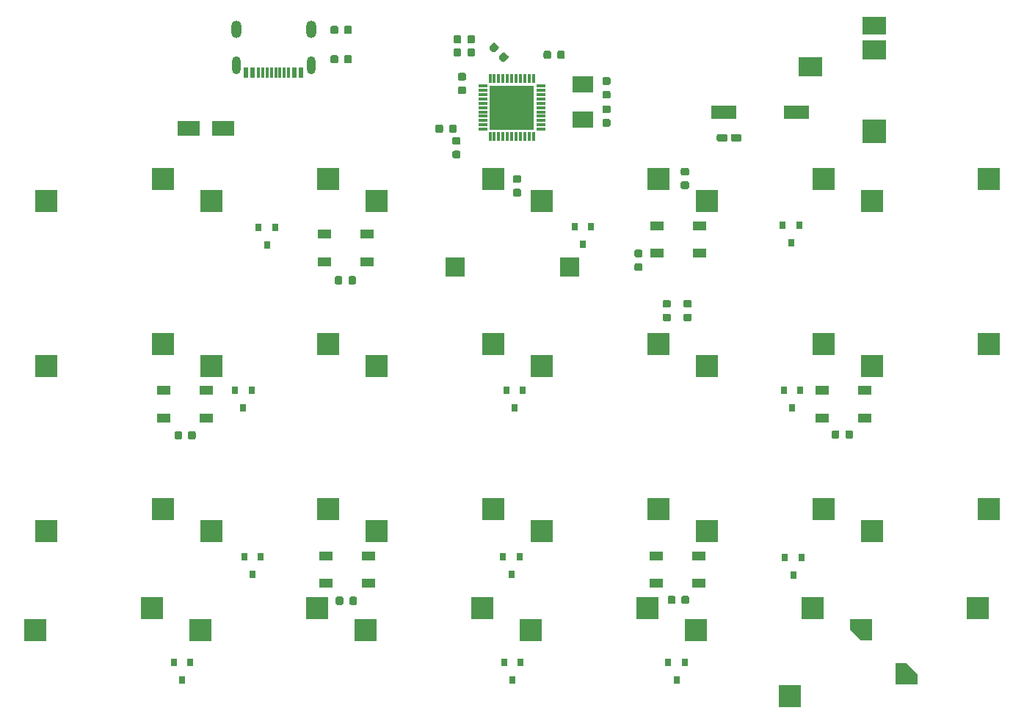
<source format=gbr>
G04 #@! TF.GenerationSoftware,KiCad,Pcbnew,(5.1.2)-2*
G04 #@! TF.CreationDate,2019-10-07T16:48:37+02:00*
G04 #@! TF.ProjectId,vitamins_included,76697461-6d69-46e7-935f-696e636c7564,rev?*
G04 #@! TF.SameCoordinates,Original*
G04 #@! TF.FileFunction,Paste,Bot*
G04 #@! TF.FilePolarity,Positive*
%FSLAX46Y46*%
G04 Gerber Fmt 4.6, Leading zero omitted, Abs format (unit mm)*
G04 Created by KiCad (PCBNEW (5.1.2)-2) date 2019-10-07 16:48:37*
%MOMM*%
%LPD*%
G04 APERTURE LIST*
%ADD10R,0.800000X0.900000*%
%ADD11C,0.100000*%
%ADD12C,0.875000*%
%ADD13R,1.500000X1.000000*%
%ADD14R,2.550000X2.500000*%
%ADD15C,0.850000*%
%ADD16R,0.299720X0.998220*%
%ADD17R,0.998220X0.299720*%
%ADD18R,5.080000X5.080000*%
%ADD19R,3.000000X1.600000*%
%ADD20R,2.400000X1.900000*%
%ADD21O,1.000000X2.100000*%
%ADD22O,1.200000X2.000000*%
%ADD23R,0.300000X1.160000*%
%ADD24R,0.600000X1.160000*%
%ADD25R,2.800000X2.000000*%
%ADD26R,2.800000X2.200000*%
%ADD27R,2.800000X2.800000*%
%ADD28R,2.200000X2.200000*%
%ADD29C,1.000000*%
%ADD30R,2.500000X1.800000*%
G04 APERTURE END LIST*
D10*
X88450000Y-43838000D03*
X90350000Y-43838000D03*
X89400000Y-45838000D03*
D11*
G36*
X50977691Y-14576053D02*
G01*
X50998926Y-14579203D01*
X51019750Y-14584419D01*
X51039962Y-14591651D01*
X51059368Y-14600830D01*
X51077781Y-14611866D01*
X51095024Y-14624654D01*
X51110930Y-14639070D01*
X51125346Y-14654976D01*
X51138134Y-14672219D01*
X51149170Y-14690632D01*
X51158349Y-14710038D01*
X51165581Y-14730250D01*
X51170797Y-14751074D01*
X51173947Y-14772309D01*
X51175000Y-14793750D01*
X51175000Y-15231250D01*
X51173947Y-15252691D01*
X51170797Y-15273926D01*
X51165581Y-15294750D01*
X51158349Y-15314962D01*
X51149170Y-15334368D01*
X51138134Y-15352781D01*
X51125346Y-15370024D01*
X51110930Y-15385930D01*
X51095024Y-15400346D01*
X51077781Y-15413134D01*
X51059368Y-15424170D01*
X51039962Y-15433349D01*
X51019750Y-15440581D01*
X50998926Y-15445797D01*
X50977691Y-15448947D01*
X50956250Y-15450000D01*
X50443750Y-15450000D01*
X50422309Y-15448947D01*
X50401074Y-15445797D01*
X50380250Y-15440581D01*
X50360038Y-15433349D01*
X50340632Y-15424170D01*
X50322219Y-15413134D01*
X50304976Y-15400346D01*
X50289070Y-15385930D01*
X50274654Y-15370024D01*
X50261866Y-15352781D01*
X50250830Y-15334368D01*
X50241651Y-15314962D01*
X50234419Y-15294750D01*
X50229203Y-15273926D01*
X50226053Y-15252691D01*
X50225000Y-15231250D01*
X50225000Y-14793750D01*
X50226053Y-14772309D01*
X50229203Y-14751074D01*
X50234419Y-14730250D01*
X50241651Y-14710038D01*
X50250830Y-14690632D01*
X50261866Y-14672219D01*
X50274654Y-14654976D01*
X50289070Y-14639070D01*
X50304976Y-14624654D01*
X50322219Y-14611866D01*
X50340632Y-14600830D01*
X50360038Y-14591651D01*
X50380250Y-14584419D01*
X50401074Y-14579203D01*
X50422309Y-14576053D01*
X50443750Y-14575000D01*
X50956250Y-14575000D01*
X50977691Y-14576053D01*
X50977691Y-14576053D01*
G37*
D12*
X50700000Y-15012500D03*
D11*
G36*
X50977691Y-16151053D02*
G01*
X50998926Y-16154203D01*
X51019750Y-16159419D01*
X51039962Y-16166651D01*
X51059368Y-16175830D01*
X51077781Y-16186866D01*
X51095024Y-16199654D01*
X51110930Y-16214070D01*
X51125346Y-16229976D01*
X51138134Y-16247219D01*
X51149170Y-16265632D01*
X51158349Y-16285038D01*
X51165581Y-16305250D01*
X51170797Y-16326074D01*
X51173947Y-16347309D01*
X51175000Y-16368750D01*
X51175000Y-16806250D01*
X51173947Y-16827691D01*
X51170797Y-16848926D01*
X51165581Y-16869750D01*
X51158349Y-16889962D01*
X51149170Y-16909368D01*
X51138134Y-16927781D01*
X51125346Y-16945024D01*
X51110930Y-16960930D01*
X51095024Y-16975346D01*
X51077781Y-16988134D01*
X51059368Y-16999170D01*
X51039962Y-17008349D01*
X51019750Y-17015581D01*
X50998926Y-17020797D01*
X50977691Y-17023947D01*
X50956250Y-17025000D01*
X50443750Y-17025000D01*
X50422309Y-17023947D01*
X50401074Y-17020797D01*
X50380250Y-17015581D01*
X50360038Y-17008349D01*
X50340632Y-16999170D01*
X50322219Y-16988134D01*
X50304976Y-16975346D01*
X50289070Y-16960930D01*
X50274654Y-16945024D01*
X50261866Y-16927781D01*
X50250830Y-16909368D01*
X50241651Y-16889962D01*
X50234419Y-16869750D01*
X50229203Y-16848926D01*
X50226053Y-16827691D01*
X50225000Y-16806250D01*
X50225000Y-16368750D01*
X50226053Y-16347309D01*
X50229203Y-16326074D01*
X50234419Y-16305250D01*
X50241651Y-16285038D01*
X50250830Y-16265632D01*
X50261866Y-16247219D01*
X50274654Y-16229976D01*
X50289070Y-16214070D01*
X50304976Y-16199654D01*
X50322219Y-16186866D01*
X50340632Y-16175830D01*
X50360038Y-16166651D01*
X50380250Y-16159419D01*
X50401074Y-16154203D01*
X50422309Y-16151053D01*
X50443750Y-16150000D01*
X50956250Y-16150000D01*
X50977691Y-16151053D01*
X50977691Y-16151053D01*
G37*
D12*
X50700000Y-16587500D03*
D13*
X21850000Y-43800000D03*
X21850000Y-47000000D03*
X16950000Y-43800000D03*
X16950000Y-47000000D03*
D14*
X35910000Y-57490000D03*
X22460000Y-60030000D03*
D10*
X26100000Y-45838000D03*
X27050000Y-43838000D03*
X25150000Y-43838000D03*
D11*
G36*
X68277691Y-9251053D02*
G01*
X68298926Y-9254203D01*
X68319750Y-9259419D01*
X68339962Y-9266651D01*
X68359368Y-9275830D01*
X68377781Y-9286866D01*
X68395024Y-9299654D01*
X68410930Y-9314070D01*
X68425346Y-9329976D01*
X68438134Y-9347219D01*
X68449170Y-9365632D01*
X68458349Y-9385038D01*
X68465581Y-9405250D01*
X68470797Y-9426074D01*
X68473947Y-9447309D01*
X68475000Y-9468750D01*
X68475000Y-9906250D01*
X68473947Y-9927691D01*
X68470797Y-9948926D01*
X68465581Y-9969750D01*
X68458349Y-9989962D01*
X68449170Y-10009368D01*
X68438134Y-10027781D01*
X68425346Y-10045024D01*
X68410930Y-10060930D01*
X68395024Y-10075346D01*
X68377781Y-10088134D01*
X68359368Y-10099170D01*
X68339962Y-10108349D01*
X68319750Y-10115581D01*
X68298926Y-10120797D01*
X68277691Y-10123947D01*
X68256250Y-10125000D01*
X67743750Y-10125000D01*
X67722309Y-10123947D01*
X67701074Y-10120797D01*
X67680250Y-10115581D01*
X67660038Y-10108349D01*
X67640632Y-10099170D01*
X67622219Y-10088134D01*
X67604976Y-10075346D01*
X67589070Y-10060930D01*
X67574654Y-10045024D01*
X67561866Y-10027781D01*
X67550830Y-10009368D01*
X67541651Y-9989962D01*
X67534419Y-9969750D01*
X67529203Y-9948926D01*
X67526053Y-9927691D01*
X67525000Y-9906250D01*
X67525000Y-9468750D01*
X67526053Y-9447309D01*
X67529203Y-9426074D01*
X67534419Y-9405250D01*
X67541651Y-9385038D01*
X67550830Y-9365632D01*
X67561866Y-9347219D01*
X67574654Y-9329976D01*
X67589070Y-9314070D01*
X67604976Y-9299654D01*
X67622219Y-9286866D01*
X67640632Y-9275830D01*
X67660038Y-9266651D01*
X67680250Y-9259419D01*
X67701074Y-9254203D01*
X67722309Y-9251053D01*
X67743750Y-9250000D01*
X68256250Y-9250000D01*
X68277691Y-9251053D01*
X68277691Y-9251053D01*
G37*
D12*
X68000000Y-9687500D03*
D11*
G36*
X68277691Y-7676053D02*
G01*
X68298926Y-7679203D01*
X68319750Y-7684419D01*
X68339962Y-7691651D01*
X68359368Y-7700830D01*
X68377781Y-7711866D01*
X68395024Y-7724654D01*
X68410930Y-7739070D01*
X68425346Y-7754976D01*
X68438134Y-7772219D01*
X68449170Y-7790632D01*
X68458349Y-7810038D01*
X68465581Y-7830250D01*
X68470797Y-7851074D01*
X68473947Y-7872309D01*
X68475000Y-7893750D01*
X68475000Y-8331250D01*
X68473947Y-8352691D01*
X68470797Y-8373926D01*
X68465581Y-8394750D01*
X68458349Y-8414962D01*
X68449170Y-8434368D01*
X68438134Y-8452781D01*
X68425346Y-8470024D01*
X68410930Y-8485930D01*
X68395024Y-8500346D01*
X68377781Y-8513134D01*
X68359368Y-8524170D01*
X68339962Y-8533349D01*
X68319750Y-8540581D01*
X68298926Y-8545797D01*
X68277691Y-8548947D01*
X68256250Y-8550000D01*
X67743750Y-8550000D01*
X67722309Y-8548947D01*
X67701074Y-8545797D01*
X67680250Y-8540581D01*
X67660038Y-8533349D01*
X67640632Y-8524170D01*
X67622219Y-8513134D01*
X67604976Y-8500346D01*
X67589070Y-8485930D01*
X67574654Y-8470024D01*
X67561866Y-8452781D01*
X67550830Y-8434368D01*
X67541651Y-8414962D01*
X67534419Y-8394750D01*
X67529203Y-8373926D01*
X67526053Y-8352691D01*
X67525000Y-8331250D01*
X67525000Y-7893750D01*
X67526053Y-7872309D01*
X67529203Y-7851074D01*
X67534419Y-7830250D01*
X67541651Y-7810038D01*
X67550830Y-7790632D01*
X67561866Y-7772219D01*
X67574654Y-7754976D01*
X67589070Y-7739070D01*
X67604976Y-7724654D01*
X67622219Y-7711866D01*
X67640632Y-7700830D01*
X67660038Y-7691651D01*
X67680250Y-7684419D01*
X67701074Y-7679203D01*
X67722309Y-7676053D01*
X67743750Y-7675000D01*
X68256250Y-7675000D01*
X68277691Y-7676053D01*
X68277691Y-7676053D01*
G37*
D12*
X68000000Y-8112500D03*
D11*
G36*
X38915191Y-30626053D02*
G01*
X38936426Y-30629203D01*
X38957250Y-30634419D01*
X38977462Y-30641651D01*
X38996868Y-30650830D01*
X39015281Y-30661866D01*
X39032524Y-30674654D01*
X39048430Y-30689070D01*
X39062846Y-30704976D01*
X39075634Y-30722219D01*
X39086670Y-30740632D01*
X39095849Y-30760038D01*
X39103081Y-30780250D01*
X39108297Y-30801074D01*
X39111447Y-30822309D01*
X39112500Y-30843750D01*
X39112500Y-31356250D01*
X39111447Y-31377691D01*
X39108297Y-31398926D01*
X39103081Y-31419750D01*
X39095849Y-31439962D01*
X39086670Y-31459368D01*
X39075634Y-31477781D01*
X39062846Y-31495024D01*
X39048430Y-31510930D01*
X39032524Y-31525346D01*
X39015281Y-31538134D01*
X38996868Y-31549170D01*
X38977462Y-31558349D01*
X38957250Y-31565581D01*
X38936426Y-31570797D01*
X38915191Y-31573947D01*
X38893750Y-31575000D01*
X38456250Y-31575000D01*
X38434809Y-31573947D01*
X38413574Y-31570797D01*
X38392750Y-31565581D01*
X38372538Y-31558349D01*
X38353132Y-31549170D01*
X38334719Y-31538134D01*
X38317476Y-31525346D01*
X38301570Y-31510930D01*
X38287154Y-31495024D01*
X38274366Y-31477781D01*
X38263330Y-31459368D01*
X38254151Y-31439962D01*
X38246919Y-31419750D01*
X38241703Y-31398926D01*
X38238553Y-31377691D01*
X38237500Y-31356250D01*
X38237500Y-30843750D01*
X38238553Y-30822309D01*
X38241703Y-30801074D01*
X38246919Y-30780250D01*
X38254151Y-30760038D01*
X38263330Y-30740632D01*
X38274366Y-30722219D01*
X38287154Y-30704976D01*
X38301570Y-30689070D01*
X38317476Y-30674654D01*
X38334719Y-30661866D01*
X38353132Y-30650830D01*
X38372538Y-30641651D01*
X38392750Y-30634419D01*
X38413574Y-30629203D01*
X38434809Y-30626053D01*
X38456250Y-30625000D01*
X38893750Y-30625000D01*
X38915191Y-30626053D01*
X38915191Y-30626053D01*
G37*
D12*
X38675000Y-31100000D03*
D11*
G36*
X37340191Y-30626053D02*
G01*
X37361426Y-30629203D01*
X37382250Y-30634419D01*
X37402462Y-30641651D01*
X37421868Y-30650830D01*
X37440281Y-30661866D01*
X37457524Y-30674654D01*
X37473430Y-30689070D01*
X37487846Y-30704976D01*
X37500634Y-30722219D01*
X37511670Y-30740632D01*
X37520849Y-30760038D01*
X37528081Y-30780250D01*
X37533297Y-30801074D01*
X37536447Y-30822309D01*
X37537500Y-30843750D01*
X37537500Y-31356250D01*
X37536447Y-31377691D01*
X37533297Y-31398926D01*
X37528081Y-31419750D01*
X37520849Y-31439962D01*
X37511670Y-31459368D01*
X37500634Y-31477781D01*
X37487846Y-31495024D01*
X37473430Y-31510930D01*
X37457524Y-31525346D01*
X37440281Y-31538134D01*
X37421868Y-31549170D01*
X37402462Y-31558349D01*
X37382250Y-31565581D01*
X37361426Y-31570797D01*
X37340191Y-31573947D01*
X37318750Y-31575000D01*
X36881250Y-31575000D01*
X36859809Y-31573947D01*
X36838574Y-31570797D01*
X36817750Y-31565581D01*
X36797538Y-31558349D01*
X36778132Y-31549170D01*
X36759719Y-31538134D01*
X36742476Y-31525346D01*
X36726570Y-31510930D01*
X36712154Y-31495024D01*
X36699366Y-31477781D01*
X36688330Y-31459368D01*
X36679151Y-31439962D01*
X36671919Y-31419750D01*
X36666703Y-31398926D01*
X36663553Y-31377691D01*
X36662500Y-31356250D01*
X36662500Y-30843750D01*
X36663553Y-30822309D01*
X36666703Y-30801074D01*
X36671919Y-30780250D01*
X36679151Y-30760038D01*
X36688330Y-30740632D01*
X36699366Y-30722219D01*
X36712154Y-30704976D01*
X36726570Y-30689070D01*
X36742476Y-30674654D01*
X36759719Y-30661866D01*
X36778132Y-30650830D01*
X36797538Y-30641651D01*
X36817750Y-30634419D01*
X36838574Y-30629203D01*
X36859809Y-30626053D01*
X36881250Y-30625000D01*
X37318750Y-30625000D01*
X37340191Y-30626053D01*
X37340191Y-30626053D01*
G37*
D12*
X37100000Y-31100000D03*
D14*
X59290000Y-71460000D03*
X72740000Y-68920000D03*
X93060000Y-57490000D03*
X79610000Y-60030000D03*
D10*
X57026000Y-65015000D03*
X57976000Y-63015000D03*
X56076000Y-63015000D03*
X89538000Y-65142000D03*
X90488000Y-63142000D03*
X88588000Y-63142000D03*
D14*
X54960000Y-38440000D03*
X41510000Y-40980000D03*
D13*
X73750000Y-66100000D03*
X73750000Y-62900000D03*
X78650000Y-66100000D03*
X78650000Y-62900000D03*
D10*
X18103000Y-75207000D03*
X20003000Y-75207000D03*
X19053000Y-77207000D03*
D11*
G36*
X75224191Y-34967053D02*
G01*
X75245426Y-34970203D01*
X75266250Y-34975419D01*
X75286462Y-34982651D01*
X75305868Y-34991830D01*
X75324281Y-35002866D01*
X75341524Y-35015654D01*
X75357430Y-35030070D01*
X75371846Y-35045976D01*
X75384634Y-35063219D01*
X75395670Y-35081632D01*
X75404849Y-35101038D01*
X75412081Y-35121250D01*
X75417297Y-35142074D01*
X75420447Y-35163309D01*
X75421500Y-35184750D01*
X75421500Y-35622250D01*
X75420447Y-35643691D01*
X75417297Y-35664926D01*
X75412081Y-35685750D01*
X75404849Y-35705962D01*
X75395670Y-35725368D01*
X75384634Y-35743781D01*
X75371846Y-35761024D01*
X75357430Y-35776930D01*
X75341524Y-35791346D01*
X75324281Y-35804134D01*
X75305868Y-35815170D01*
X75286462Y-35824349D01*
X75266250Y-35831581D01*
X75245426Y-35836797D01*
X75224191Y-35839947D01*
X75202750Y-35841000D01*
X74690250Y-35841000D01*
X74668809Y-35839947D01*
X74647574Y-35836797D01*
X74626750Y-35831581D01*
X74606538Y-35824349D01*
X74587132Y-35815170D01*
X74568719Y-35804134D01*
X74551476Y-35791346D01*
X74535570Y-35776930D01*
X74521154Y-35761024D01*
X74508366Y-35743781D01*
X74497330Y-35725368D01*
X74488151Y-35705962D01*
X74480919Y-35685750D01*
X74475703Y-35664926D01*
X74472553Y-35643691D01*
X74471500Y-35622250D01*
X74471500Y-35184750D01*
X74472553Y-35163309D01*
X74475703Y-35142074D01*
X74480919Y-35121250D01*
X74488151Y-35101038D01*
X74497330Y-35081632D01*
X74508366Y-35063219D01*
X74521154Y-35045976D01*
X74535570Y-35030070D01*
X74551476Y-35015654D01*
X74568719Y-35002866D01*
X74587132Y-34991830D01*
X74606538Y-34982651D01*
X74626750Y-34975419D01*
X74647574Y-34970203D01*
X74668809Y-34967053D01*
X74690250Y-34966000D01*
X75202750Y-34966000D01*
X75224191Y-34967053D01*
X75224191Y-34967053D01*
G37*
D12*
X74946500Y-35403500D03*
D11*
G36*
X75224191Y-33392053D02*
G01*
X75245426Y-33395203D01*
X75266250Y-33400419D01*
X75286462Y-33407651D01*
X75305868Y-33416830D01*
X75324281Y-33427866D01*
X75341524Y-33440654D01*
X75357430Y-33455070D01*
X75371846Y-33470976D01*
X75384634Y-33488219D01*
X75395670Y-33506632D01*
X75404849Y-33526038D01*
X75412081Y-33546250D01*
X75417297Y-33567074D01*
X75420447Y-33588309D01*
X75421500Y-33609750D01*
X75421500Y-34047250D01*
X75420447Y-34068691D01*
X75417297Y-34089926D01*
X75412081Y-34110750D01*
X75404849Y-34130962D01*
X75395670Y-34150368D01*
X75384634Y-34168781D01*
X75371846Y-34186024D01*
X75357430Y-34201930D01*
X75341524Y-34216346D01*
X75324281Y-34229134D01*
X75305868Y-34240170D01*
X75286462Y-34249349D01*
X75266250Y-34256581D01*
X75245426Y-34261797D01*
X75224191Y-34264947D01*
X75202750Y-34266000D01*
X74690250Y-34266000D01*
X74668809Y-34264947D01*
X74647574Y-34261797D01*
X74626750Y-34256581D01*
X74606538Y-34249349D01*
X74587132Y-34240170D01*
X74568719Y-34229134D01*
X74551476Y-34216346D01*
X74535570Y-34201930D01*
X74521154Y-34186024D01*
X74508366Y-34168781D01*
X74497330Y-34150368D01*
X74488151Y-34130962D01*
X74480919Y-34110750D01*
X74475703Y-34089926D01*
X74472553Y-34068691D01*
X74471500Y-34047250D01*
X74471500Y-33609750D01*
X74472553Y-33588309D01*
X74475703Y-33567074D01*
X74480919Y-33546250D01*
X74488151Y-33526038D01*
X74497330Y-33506632D01*
X74508366Y-33488219D01*
X74521154Y-33470976D01*
X74535570Y-33455070D01*
X74551476Y-33440654D01*
X74568719Y-33427866D01*
X74587132Y-33416830D01*
X74606538Y-33407651D01*
X74626750Y-33400419D01*
X74647574Y-33395203D01*
X74668809Y-33392053D01*
X74690250Y-33391000D01*
X75202750Y-33391000D01*
X75224191Y-33392053D01*
X75224191Y-33392053D01*
G37*
D12*
X74946500Y-33828500D03*
D14*
X16860000Y-19390000D03*
X3410000Y-21930000D03*
X21190000Y-71460000D03*
X34640000Y-68920000D03*
D11*
G36*
X81758329Y-14226023D02*
G01*
X81778957Y-14229083D01*
X81799185Y-14234150D01*
X81818820Y-14241176D01*
X81837672Y-14250092D01*
X81855559Y-14260813D01*
X81872309Y-14273235D01*
X81887760Y-14287240D01*
X81901765Y-14302691D01*
X81914187Y-14319441D01*
X81924908Y-14337328D01*
X81933824Y-14356180D01*
X81940850Y-14375815D01*
X81945917Y-14396043D01*
X81948977Y-14416671D01*
X81950000Y-14437500D01*
X81950000Y-14862500D01*
X81948977Y-14883329D01*
X81945917Y-14903957D01*
X81940850Y-14924185D01*
X81933824Y-14943820D01*
X81924908Y-14962672D01*
X81914187Y-14980559D01*
X81901765Y-14997309D01*
X81887760Y-15012760D01*
X81872309Y-15026765D01*
X81855559Y-15039187D01*
X81837672Y-15049908D01*
X81818820Y-15058824D01*
X81799185Y-15065850D01*
X81778957Y-15070917D01*
X81758329Y-15073977D01*
X81737500Y-15075000D01*
X80937500Y-15075000D01*
X80916671Y-15073977D01*
X80896043Y-15070917D01*
X80875815Y-15065850D01*
X80856180Y-15058824D01*
X80837328Y-15049908D01*
X80819441Y-15039187D01*
X80802691Y-15026765D01*
X80787240Y-15012760D01*
X80773235Y-14997309D01*
X80760813Y-14980559D01*
X80750092Y-14962672D01*
X80741176Y-14943820D01*
X80734150Y-14924185D01*
X80729083Y-14903957D01*
X80726023Y-14883329D01*
X80725000Y-14862500D01*
X80725000Y-14437500D01*
X80726023Y-14416671D01*
X80729083Y-14396043D01*
X80734150Y-14375815D01*
X80741176Y-14356180D01*
X80750092Y-14337328D01*
X80760813Y-14319441D01*
X80773235Y-14302691D01*
X80787240Y-14287240D01*
X80802691Y-14273235D01*
X80819441Y-14260813D01*
X80837328Y-14250092D01*
X80856180Y-14241176D01*
X80875815Y-14234150D01*
X80896043Y-14229083D01*
X80916671Y-14226023D01*
X80937500Y-14225000D01*
X81737500Y-14225000D01*
X81758329Y-14226023D01*
X81758329Y-14226023D01*
G37*
D15*
X81337500Y-14650000D03*
D11*
G36*
X83383329Y-14226023D02*
G01*
X83403957Y-14229083D01*
X83424185Y-14234150D01*
X83443820Y-14241176D01*
X83462672Y-14250092D01*
X83480559Y-14260813D01*
X83497309Y-14273235D01*
X83512760Y-14287240D01*
X83526765Y-14302691D01*
X83539187Y-14319441D01*
X83549908Y-14337328D01*
X83558824Y-14356180D01*
X83565850Y-14375815D01*
X83570917Y-14396043D01*
X83573977Y-14416671D01*
X83575000Y-14437500D01*
X83575000Y-14862500D01*
X83573977Y-14883329D01*
X83570917Y-14903957D01*
X83565850Y-14924185D01*
X83558824Y-14943820D01*
X83549908Y-14962672D01*
X83539187Y-14980559D01*
X83526765Y-14997309D01*
X83512760Y-15012760D01*
X83497309Y-15026765D01*
X83480559Y-15039187D01*
X83462672Y-15049908D01*
X83443820Y-15058824D01*
X83424185Y-15065850D01*
X83403957Y-15070917D01*
X83383329Y-15073977D01*
X83362500Y-15075000D01*
X82562500Y-15075000D01*
X82541671Y-15073977D01*
X82521043Y-15070917D01*
X82500815Y-15065850D01*
X82481180Y-15058824D01*
X82462328Y-15049908D01*
X82444441Y-15039187D01*
X82427691Y-15026765D01*
X82412240Y-15012760D01*
X82398235Y-14997309D01*
X82385813Y-14980559D01*
X82375092Y-14962672D01*
X82366176Y-14943820D01*
X82359150Y-14924185D01*
X82354083Y-14903957D01*
X82351023Y-14883329D01*
X82350000Y-14862500D01*
X82350000Y-14437500D01*
X82351023Y-14416671D01*
X82354083Y-14396043D01*
X82359150Y-14375815D01*
X82366176Y-14356180D01*
X82375092Y-14337328D01*
X82385813Y-14319441D01*
X82398235Y-14302691D01*
X82412240Y-14287240D01*
X82427691Y-14273235D01*
X82444441Y-14260813D01*
X82462328Y-14250092D01*
X82481180Y-14241176D01*
X82500815Y-14234150D01*
X82521043Y-14229083D01*
X82541671Y-14226023D01*
X82562500Y-14225000D01*
X83362500Y-14225000D01*
X83383329Y-14226023D01*
X83383329Y-14226023D01*
G37*
D15*
X82962500Y-14650000D03*
D14*
X54960000Y-57490000D03*
X41510000Y-60030000D03*
D16*
X54568158Y-7825280D03*
X55068538Y-7825280D03*
X55568918Y-7825280D03*
X56069298Y-7825280D03*
X56569678Y-7825280D03*
X57067518Y-7825280D03*
X57565358Y-7825280D03*
X58065738Y-7825280D03*
X58566118Y-7825280D03*
X59066498Y-7825280D03*
X59566878Y-7825280D03*
D17*
X60415238Y-8673640D03*
X60415238Y-9174020D03*
X60415238Y-9674400D03*
X60415238Y-10174780D03*
X60415238Y-10675160D03*
X60415238Y-11173000D03*
X60415238Y-11670840D03*
X60415238Y-12171220D03*
X60415238Y-12671600D03*
X60415238Y-13171980D03*
X60415238Y-13672360D03*
D16*
X59566878Y-14520720D03*
X59066498Y-14520720D03*
X58566118Y-14520720D03*
X58065738Y-14520720D03*
X57565358Y-14520720D03*
X57067518Y-14520720D03*
X56569678Y-14520720D03*
X56069298Y-14520720D03*
X55568918Y-14520720D03*
X55068538Y-14520720D03*
X54568158Y-14520720D03*
D17*
X53719798Y-13672360D03*
X53719798Y-13171980D03*
X53719798Y-12671600D03*
X53719798Y-12171220D03*
X53719798Y-11670840D03*
X53719798Y-11173000D03*
X53719798Y-10675160D03*
X53719798Y-10174780D03*
X53719798Y-9674400D03*
X53719798Y-9174020D03*
X53719798Y-8673640D03*
D18*
X57067518Y-11173000D03*
D11*
G36*
X71977691Y-27576053D02*
G01*
X71998926Y-27579203D01*
X72019750Y-27584419D01*
X72039962Y-27591651D01*
X72059368Y-27600830D01*
X72077781Y-27611866D01*
X72095024Y-27624654D01*
X72110930Y-27639070D01*
X72125346Y-27654976D01*
X72138134Y-27672219D01*
X72149170Y-27690632D01*
X72158349Y-27710038D01*
X72165581Y-27730250D01*
X72170797Y-27751074D01*
X72173947Y-27772309D01*
X72175000Y-27793750D01*
X72175000Y-28231250D01*
X72173947Y-28252691D01*
X72170797Y-28273926D01*
X72165581Y-28294750D01*
X72158349Y-28314962D01*
X72149170Y-28334368D01*
X72138134Y-28352781D01*
X72125346Y-28370024D01*
X72110930Y-28385930D01*
X72095024Y-28400346D01*
X72077781Y-28413134D01*
X72059368Y-28424170D01*
X72039962Y-28433349D01*
X72019750Y-28440581D01*
X71998926Y-28445797D01*
X71977691Y-28448947D01*
X71956250Y-28450000D01*
X71443750Y-28450000D01*
X71422309Y-28448947D01*
X71401074Y-28445797D01*
X71380250Y-28440581D01*
X71360038Y-28433349D01*
X71340632Y-28424170D01*
X71322219Y-28413134D01*
X71304976Y-28400346D01*
X71289070Y-28385930D01*
X71274654Y-28370024D01*
X71261866Y-28352781D01*
X71250830Y-28334368D01*
X71241651Y-28314962D01*
X71234419Y-28294750D01*
X71229203Y-28273926D01*
X71226053Y-28252691D01*
X71225000Y-28231250D01*
X71225000Y-27793750D01*
X71226053Y-27772309D01*
X71229203Y-27751074D01*
X71234419Y-27730250D01*
X71241651Y-27710038D01*
X71250830Y-27690632D01*
X71261866Y-27672219D01*
X71274654Y-27654976D01*
X71289070Y-27639070D01*
X71304976Y-27624654D01*
X71322219Y-27611866D01*
X71340632Y-27600830D01*
X71360038Y-27591651D01*
X71380250Y-27584419D01*
X71401074Y-27579203D01*
X71422309Y-27576053D01*
X71443750Y-27575000D01*
X71956250Y-27575000D01*
X71977691Y-27576053D01*
X71977691Y-27576053D01*
G37*
D12*
X71700000Y-28012500D03*
D11*
G36*
X71977691Y-29151053D02*
G01*
X71998926Y-29154203D01*
X72019750Y-29159419D01*
X72039962Y-29166651D01*
X72059368Y-29175830D01*
X72077781Y-29186866D01*
X72095024Y-29199654D01*
X72110930Y-29214070D01*
X72125346Y-29229976D01*
X72138134Y-29247219D01*
X72149170Y-29265632D01*
X72158349Y-29285038D01*
X72165581Y-29305250D01*
X72170797Y-29326074D01*
X72173947Y-29347309D01*
X72175000Y-29368750D01*
X72175000Y-29806250D01*
X72173947Y-29827691D01*
X72170797Y-29848926D01*
X72165581Y-29869750D01*
X72158349Y-29889962D01*
X72149170Y-29909368D01*
X72138134Y-29927781D01*
X72125346Y-29945024D01*
X72110930Y-29960930D01*
X72095024Y-29975346D01*
X72077781Y-29988134D01*
X72059368Y-29999170D01*
X72039962Y-30008349D01*
X72019750Y-30015581D01*
X71998926Y-30020797D01*
X71977691Y-30023947D01*
X71956250Y-30025000D01*
X71443750Y-30025000D01*
X71422309Y-30023947D01*
X71401074Y-30020797D01*
X71380250Y-30015581D01*
X71360038Y-30008349D01*
X71340632Y-29999170D01*
X71322219Y-29988134D01*
X71304976Y-29975346D01*
X71289070Y-29960930D01*
X71274654Y-29945024D01*
X71261866Y-29927781D01*
X71250830Y-29909368D01*
X71241651Y-29889962D01*
X71234419Y-29869750D01*
X71229203Y-29848926D01*
X71226053Y-29827691D01*
X71225000Y-29806250D01*
X71225000Y-29368750D01*
X71226053Y-29347309D01*
X71229203Y-29326074D01*
X71234419Y-29305250D01*
X71241651Y-29285038D01*
X71250830Y-29265632D01*
X71261866Y-29247219D01*
X71274654Y-29229976D01*
X71289070Y-29214070D01*
X71304976Y-29199654D01*
X71322219Y-29186866D01*
X71340632Y-29175830D01*
X71360038Y-29166651D01*
X71380250Y-29159419D01*
X71401074Y-29154203D01*
X71422309Y-29151053D01*
X71443750Y-29150000D01*
X71956250Y-29150000D01*
X71977691Y-29151053D01*
X71977691Y-29151053D01*
G37*
D12*
X71700000Y-29587500D03*
D19*
X81510000Y-11700000D03*
X89890000Y-11700000D03*
D14*
X78340000Y-71460000D03*
X91790000Y-68920000D03*
D13*
X92850000Y-47000000D03*
X92850000Y-43800000D03*
X97750000Y-47000000D03*
X97750000Y-43800000D03*
D10*
X65281000Y-26915000D03*
X66231000Y-24915000D03*
X64331000Y-24915000D03*
D11*
G36*
X77637191Y-34967053D02*
G01*
X77658426Y-34970203D01*
X77679250Y-34975419D01*
X77699462Y-34982651D01*
X77718868Y-34991830D01*
X77737281Y-35002866D01*
X77754524Y-35015654D01*
X77770430Y-35030070D01*
X77784846Y-35045976D01*
X77797634Y-35063219D01*
X77808670Y-35081632D01*
X77817849Y-35101038D01*
X77825081Y-35121250D01*
X77830297Y-35142074D01*
X77833447Y-35163309D01*
X77834500Y-35184750D01*
X77834500Y-35622250D01*
X77833447Y-35643691D01*
X77830297Y-35664926D01*
X77825081Y-35685750D01*
X77817849Y-35705962D01*
X77808670Y-35725368D01*
X77797634Y-35743781D01*
X77784846Y-35761024D01*
X77770430Y-35776930D01*
X77754524Y-35791346D01*
X77737281Y-35804134D01*
X77718868Y-35815170D01*
X77699462Y-35824349D01*
X77679250Y-35831581D01*
X77658426Y-35836797D01*
X77637191Y-35839947D01*
X77615750Y-35841000D01*
X77103250Y-35841000D01*
X77081809Y-35839947D01*
X77060574Y-35836797D01*
X77039750Y-35831581D01*
X77019538Y-35824349D01*
X77000132Y-35815170D01*
X76981719Y-35804134D01*
X76964476Y-35791346D01*
X76948570Y-35776930D01*
X76934154Y-35761024D01*
X76921366Y-35743781D01*
X76910330Y-35725368D01*
X76901151Y-35705962D01*
X76893919Y-35685750D01*
X76888703Y-35664926D01*
X76885553Y-35643691D01*
X76884500Y-35622250D01*
X76884500Y-35184750D01*
X76885553Y-35163309D01*
X76888703Y-35142074D01*
X76893919Y-35121250D01*
X76901151Y-35101038D01*
X76910330Y-35081632D01*
X76921366Y-35063219D01*
X76934154Y-35045976D01*
X76948570Y-35030070D01*
X76964476Y-35015654D01*
X76981719Y-35002866D01*
X77000132Y-34991830D01*
X77019538Y-34982651D01*
X77039750Y-34975419D01*
X77060574Y-34970203D01*
X77081809Y-34967053D01*
X77103250Y-34966000D01*
X77615750Y-34966000D01*
X77637191Y-34967053D01*
X77637191Y-34967053D01*
G37*
D12*
X77359500Y-35403500D03*
D11*
G36*
X77637191Y-33392053D02*
G01*
X77658426Y-33395203D01*
X77679250Y-33400419D01*
X77699462Y-33407651D01*
X77718868Y-33416830D01*
X77737281Y-33427866D01*
X77754524Y-33440654D01*
X77770430Y-33455070D01*
X77784846Y-33470976D01*
X77797634Y-33488219D01*
X77808670Y-33506632D01*
X77817849Y-33526038D01*
X77825081Y-33546250D01*
X77830297Y-33567074D01*
X77833447Y-33588309D01*
X77834500Y-33609750D01*
X77834500Y-34047250D01*
X77833447Y-34068691D01*
X77830297Y-34089926D01*
X77825081Y-34110750D01*
X77817849Y-34130962D01*
X77808670Y-34150368D01*
X77797634Y-34168781D01*
X77784846Y-34186024D01*
X77770430Y-34201930D01*
X77754524Y-34216346D01*
X77737281Y-34229134D01*
X77718868Y-34240170D01*
X77699462Y-34249349D01*
X77679250Y-34256581D01*
X77658426Y-34261797D01*
X77637191Y-34264947D01*
X77615750Y-34266000D01*
X77103250Y-34266000D01*
X77081809Y-34264947D01*
X77060574Y-34261797D01*
X77039750Y-34256581D01*
X77019538Y-34249349D01*
X77000132Y-34240170D01*
X76981719Y-34229134D01*
X76964476Y-34216346D01*
X76948570Y-34201930D01*
X76934154Y-34186024D01*
X76921366Y-34168781D01*
X76910330Y-34150368D01*
X76901151Y-34130962D01*
X76893919Y-34110750D01*
X76888703Y-34089926D01*
X76885553Y-34068691D01*
X76884500Y-34047250D01*
X76884500Y-33609750D01*
X76885553Y-33588309D01*
X76888703Y-33567074D01*
X76893919Y-33546250D01*
X76901151Y-33526038D01*
X76910330Y-33506632D01*
X76921366Y-33488219D01*
X76934154Y-33470976D01*
X76948570Y-33455070D01*
X76964476Y-33440654D01*
X76981719Y-33427866D01*
X77000132Y-33416830D01*
X77019538Y-33407651D01*
X77039750Y-33400419D01*
X77060574Y-33395203D01*
X77081809Y-33392053D01*
X77103250Y-33391000D01*
X77615750Y-33391000D01*
X77637191Y-33392053D01*
X77637191Y-33392053D01*
G37*
D12*
X77359500Y-33828500D03*
D14*
X16860000Y-38440000D03*
X3410000Y-40980000D03*
X35910000Y-38440000D03*
X22460000Y-40980000D03*
X93060000Y-38440000D03*
X79610000Y-40980000D03*
D20*
X65250000Y-12550000D03*
X65250000Y-8450000D03*
D14*
X112110000Y-38440000D03*
X98660000Y-40980000D03*
D11*
G36*
X77327691Y-18126053D02*
G01*
X77348926Y-18129203D01*
X77369750Y-18134419D01*
X77389962Y-18141651D01*
X77409368Y-18150830D01*
X77427781Y-18161866D01*
X77445024Y-18174654D01*
X77460930Y-18189070D01*
X77475346Y-18204976D01*
X77488134Y-18222219D01*
X77499170Y-18240632D01*
X77508349Y-18260038D01*
X77515581Y-18280250D01*
X77520797Y-18301074D01*
X77523947Y-18322309D01*
X77525000Y-18343750D01*
X77525000Y-18781250D01*
X77523947Y-18802691D01*
X77520797Y-18823926D01*
X77515581Y-18844750D01*
X77508349Y-18864962D01*
X77499170Y-18884368D01*
X77488134Y-18902781D01*
X77475346Y-18920024D01*
X77460930Y-18935930D01*
X77445024Y-18950346D01*
X77427781Y-18963134D01*
X77409368Y-18974170D01*
X77389962Y-18983349D01*
X77369750Y-18990581D01*
X77348926Y-18995797D01*
X77327691Y-18998947D01*
X77306250Y-19000000D01*
X76793750Y-19000000D01*
X76772309Y-18998947D01*
X76751074Y-18995797D01*
X76730250Y-18990581D01*
X76710038Y-18983349D01*
X76690632Y-18974170D01*
X76672219Y-18963134D01*
X76654976Y-18950346D01*
X76639070Y-18935930D01*
X76624654Y-18920024D01*
X76611866Y-18902781D01*
X76600830Y-18884368D01*
X76591651Y-18864962D01*
X76584419Y-18844750D01*
X76579203Y-18823926D01*
X76576053Y-18802691D01*
X76575000Y-18781250D01*
X76575000Y-18343750D01*
X76576053Y-18322309D01*
X76579203Y-18301074D01*
X76584419Y-18280250D01*
X76591651Y-18260038D01*
X76600830Y-18240632D01*
X76611866Y-18222219D01*
X76624654Y-18204976D01*
X76639070Y-18189070D01*
X76654976Y-18174654D01*
X76672219Y-18161866D01*
X76690632Y-18150830D01*
X76710038Y-18141651D01*
X76730250Y-18134419D01*
X76751074Y-18129203D01*
X76772309Y-18126053D01*
X76793750Y-18125000D01*
X77306250Y-18125000D01*
X77327691Y-18126053D01*
X77327691Y-18126053D01*
G37*
D12*
X77050000Y-18562500D03*
D11*
G36*
X77327691Y-19701053D02*
G01*
X77348926Y-19704203D01*
X77369750Y-19709419D01*
X77389962Y-19716651D01*
X77409368Y-19725830D01*
X77427781Y-19736866D01*
X77445024Y-19749654D01*
X77460930Y-19764070D01*
X77475346Y-19779976D01*
X77488134Y-19797219D01*
X77499170Y-19815632D01*
X77508349Y-19835038D01*
X77515581Y-19855250D01*
X77520797Y-19876074D01*
X77523947Y-19897309D01*
X77525000Y-19918750D01*
X77525000Y-20356250D01*
X77523947Y-20377691D01*
X77520797Y-20398926D01*
X77515581Y-20419750D01*
X77508349Y-20439962D01*
X77499170Y-20459368D01*
X77488134Y-20477781D01*
X77475346Y-20495024D01*
X77460930Y-20510930D01*
X77445024Y-20525346D01*
X77427781Y-20538134D01*
X77409368Y-20549170D01*
X77389962Y-20558349D01*
X77369750Y-20565581D01*
X77348926Y-20570797D01*
X77327691Y-20573947D01*
X77306250Y-20575000D01*
X76793750Y-20575000D01*
X76772309Y-20573947D01*
X76751074Y-20570797D01*
X76730250Y-20565581D01*
X76710038Y-20558349D01*
X76690632Y-20549170D01*
X76672219Y-20538134D01*
X76654976Y-20525346D01*
X76639070Y-20510930D01*
X76624654Y-20495024D01*
X76611866Y-20477781D01*
X76600830Y-20459368D01*
X76591651Y-20439962D01*
X76584419Y-20419750D01*
X76579203Y-20398926D01*
X76576053Y-20377691D01*
X76575000Y-20356250D01*
X76575000Y-19918750D01*
X76576053Y-19897309D01*
X76579203Y-19876074D01*
X76584419Y-19855250D01*
X76591651Y-19835038D01*
X76600830Y-19815632D01*
X76611866Y-19797219D01*
X76624654Y-19779976D01*
X76639070Y-19764070D01*
X76654976Y-19749654D01*
X76672219Y-19736866D01*
X76690632Y-19725830D01*
X76710038Y-19716651D01*
X76730250Y-19709419D01*
X76751074Y-19704203D01*
X76772309Y-19701053D01*
X76793750Y-19700000D01*
X77306250Y-19700000D01*
X77327691Y-19701053D01*
X77327691Y-19701053D01*
G37*
D12*
X77050000Y-20137500D03*
D14*
X40240000Y-71460000D03*
X53690000Y-68920000D03*
X74010000Y-19390000D03*
X60560000Y-21930000D03*
D11*
G36*
X96227691Y-48426053D02*
G01*
X96248926Y-48429203D01*
X96269750Y-48434419D01*
X96289962Y-48441651D01*
X96309368Y-48450830D01*
X96327781Y-48461866D01*
X96345024Y-48474654D01*
X96360930Y-48489070D01*
X96375346Y-48504976D01*
X96388134Y-48522219D01*
X96399170Y-48540632D01*
X96408349Y-48560038D01*
X96415581Y-48580250D01*
X96420797Y-48601074D01*
X96423947Y-48622309D01*
X96425000Y-48643750D01*
X96425000Y-49156250D01*
X96423947Y-49177691D01*
X96420797Y-49198926D01*
X96415581Y-49219750D01*
X96408349Y-49239962D01*
X96399170Y-49259368D01*
X96388134Y-49277781D01*
X96375346Y-49295024D01*
X96360930Y-49310930D01*
X96345024Y-49325346D01*
X96327781Y-49338134D01*
X96309368Y-49349170D01*
X96289962Y-49358349D01*
X96269750Y-49365581D01*
X96248926Y-49370797D01*
X96227691Y-49373947D01*
X96206250Y-49375000D01*
X95768750Y-49375000D01*
X95747309Y-49373947D01*
X95726074Y-49370797D01*
X95705250Y-49365581D01*
X95685038Y-49358349D01*
X95665632Y-49349170D01*
X95647219Y-49338134D01*
X95629976Y-49325346D01*
X95614070Y-49310930D01*
X95599654Y-49295024D01*
X95586866Y-49277781D01*
X95575830Y-49259368D01*
X95566651Y-49239962D01*
X95559419Y-49219750D01*
X95554203Y-49198926D01*
X95551053Y-49177691D01*
X95550000Y-49156250D01*
X95550000Y-48643750D01*
X95551053Y-48622309D01*
X95554203Y-48601074D01*
X95559419Y-48580250D01*
X95566651Y-48560038D01*
X95575830Y-48540632D01*
X95586866Y-48522219D01*
X95599654Y-48504976D01*
X95614070Y-48489070D01*
X95629976Y-48474654D01*
X95647219Y-48461866D01*
X95665632Y-48450830D01*
X95685038Y-48441651D01*
X95705250Y-48434419D01*
X95726074Y-48429203D01*
X95747309Y-48426053D01*
X95768750Y-48425000D01*
X96206250Y-48425000D01*
X96227691Y-48426053D01*
X96227691Y-48426053D01*
G37*
D12*
X95987500Y-48900000D03*
D11*
G36*
X94652691Y-48426053D02*
G01*
X94673926Y-48429203D01*
X94694750Y-48434419D01*
X94714962Y-48441651D01*
X94734368Y-48450830D01*
X94752781Y-48461866D01*
X94770024Y-48474654D01*
X94785930Y-48489070D01*
X94800346Y-48504976D01*
X94813134Y-48522219D01*
X94824170Y-48540632D01*
X94833349Y-48560038D01*
X94840581Y-48580250D01*
X94845797Y-48601074D01*
X94848947Y-48622309D01*
X94850000Y-48643750D01*
X94850000Y-49156250D01*
X94848947Y-49177691D01*
X94845797Y-49198926D01*
X94840581Y-49219750D01*
X94833349Y-49239962D01*
X94824170Y-49259368D01*
X94813134Y-49277781D01*
X94800346Y-49295024D01*
X94785930Y-49310930D01*
X94770024Y-49325346D01*
X94752781Y-49338134D01*
X94734368Y-49349170D01*
X94714962Y-49358349D01*
X94694750Y-49365581D01*
X94673926Y-49370797D01*
X94652691Y-49373947D01*
X94631250Y-49375000D01*
X94193750Y-49375000D01*
X94172309Y-49373947D01*
X94151074Y-49370797D01*
X94130250Y-49365581D01*
X94110038Y-49358349D01*
X94090632Y-49349170D01*
X94072219Y-49338134D01*
X94054976Y-49325346D01*
X94039070Y-49310930D01*
X94024654Y-49295024D01*
X94011866Y-49277781D01*
X94000830Y-49259368D01*
X93991651Y-49239962D01*
X93984419Y-49219750D01*
X93979203Y-49198926D01*
X93976053Y-49177691D01*
X93975000Y-49156250D01*
X93975000Y-48643750D01*
X93976053Y-48622309D01*
X93979203Y-48601074D01*
X93984419Y-48580250D01*
X93991651Y-48560038D01*
X94000830Y-48540632D01*
X94011866Y-48522219D01*
X94024654Y-48504976D01*
X94039070Y-48489070D01*
X94054976Y-48474654D01*
X94072219Y-48461866D01*
X94090632Y-48450830D01*
X94110038Y-48441651D01*
X94130250Y-48434419D01*
X94151074Y-48429203D01*
X94172309Y-48426053D01*
X94193750Y-48425000D01*
X94631250Y-48425000D01*
X94652691Y-48426053D01*
X94652691Y-48426053D01*
G37*
D12*
X94412500Y-48900000D03*
D11*
G36*
X37452691Y-67626053D02*
G01*
X37473926Y-67629203D01*
X37494750Y-67634419D01*
X37514962Y-67641651D01*
X37534368Y-67650830D01*
X37552781Y-67661866D01*
X37570024Y-67674654D01*
X37585930Y-67689070D01*
X37600346Y-67704976D01*
X37613134Y-67722219D01*
X37624170Y-67740632D01*
X37633349Y-67760038D01*
X37640581Y-67780250D01*
X37645797Y-67801074D01*
X37648947Y-67822309D01*
X37650000Y-67843750D01*
X37650000Y-68356250D01*
X37648947Y-68377691D01*
X37645797Y-68398926D01*
X37640581Y-68419750D01*
X37633349Y-68439962D01*
X37624170Y-68459368D01*
X37613134Y-68477781D01*
X37600346Y-68495024D01*
X37585930Y-68510930D01*
X37570024Y-68525346D01*
X37552781Y-68538134D01*
X37534368Y-68549170D01*
X37514962Y-68558349D01*
X37494750Y-68565581D01*
X37473926Y-68570797D01*
X37452691Y-68573947D01*
X37431250Y-68575000D01*
X36993750Y-68575000D01*
X36972309Y-68573947D01*
X36951074Y-68570797D01*
X36930250Y-68565581D01*
X36910038Y-68558349D01*
X36890632Y-68549170D01*
X36872219Y-68538134D01*
X36854976Y-68525346D01*
X36839070Y-68510930D01*
X36824654Y-68495024D01*
X36811866Y-68477781D01*
X36800830Y-68459368D01*
X36791651Y-68439962D01*
X36784419Y-68419750D01*
X36779203Y-68398926D01*
X36776053Y-68377691D01*
X36775000Y-68356250D01*
X36775000Y-67843750D01*
X36776053Y-67822309D01*
X36779203Y-67801074D01*
X36784419Y-67780250D01*
X36791651Y-67760038D01*
X36800830Y-67740632D01*
X36811866Y-67722219D01*
X36824654Y-67704976D01*
X36839070Y-67689070D01*
X36854976Y-67674654D01*
X36872219Y-67661866D01*
X36890632Y-67650830D01*
X36910038Y-67641651D01*
X36930250Y-67634419D01*
X36951074Y-67629203D01*
X36972309Y-67626053D01*
X36993750Y-67625000D01*
X37431250Y-67625000D01*
X37452691Y-67626053D01*
X37452691Y-67626053D01*
G37*
D12*
X37212500Y-68100000D03*
D11*
G36*
X39027691Y-67626053D02*
G01*
X39048926Y-67629203D01*
X39069750Y-67634419D01*
X39089962Y-67641651D01*
X39109368Y-67650830D01*
X39127781Y-67661866D01*
X39145024Y-67674654D01*
X39160930Y-67689070D01*
X39175346Y-67704976D01*
X39188134Y-67722219D01*
X39199170Y-67740632D01*
X39208349Y-67760038D01*
X39215581Y-67780250D01*
X39220797Y-67801074D01*
X39223947Y-67822309D01*
X39225000Y-67843750D01*
X39225000Y-68356250D01*
X39223947Y-68377691D01*
X39220797Y-68398926D01*
X39215581Y-68419750D01*
X39208349Y-68439962D01*
X39199170Y-68459368D01*
X39188134Y-68477781D01*
X39175346Y-68495024D01*
X39160930Y-68510930D01*
X39145024Y-68525346D01*
X39127781Y-68538134D01*
X39109368Y-68549170D01*
X39089962Y-68558349D01*
X39069750Y-68565581D01*
X39048926Y-68570797D01*
X39027691Y-68573947D01*
X39006250Y-68575000D01*
X38568750Y-68575000D01*
X38547309Y-68573947D01*
X38526074Y-68570797D01*
X38505250Y-68565581D01*
X38485038Y-68558349D01*
X38465632Y-68549170D01*
X38447219Y-68538134D01*
X38429976Y-68525346D01*
X38414070Y-68510930D01*
X38399654Y-68495024D01*
X38386866Y-68477781D01*
X38375830Y-68459368D01*
X38366651Y-68439962D01*
X38359419Y-68419750D01*
X38354203Y-68398926D01*
X38351053Y-68377691D01*
X38350000Y-68356250D01*
X38350000Y-67843750D01*
X38351053Y-67822309D01*
X38354203Y-67801074D01*
X38359419Y-67780250D01*
X38366651Y-67760038D01*
X38375830Y-67740632D01*
X38386866Y-67722219D01*
X38399654Y-67704976D01*
X38414070Y-67689070D01*
X38429976Y-67674654D01*
X38447219Y-67661866D01*
X38465632Y-67650830D01*
X38485038Y-67641651D01*
X38505250Y-67634419D01*
X38526074Y-67629203D01*
X38547309Y-67626053D01*
X38568750Y-67625000D01*
X39006250Y-67625000D01*
X39027691Y-67626053D01*
X39027691Y-67626053D01*
G37*
D12*
X38787500Y-68100000D03*
D21*
X25280000Y-6310000D03*
X33920000Y-6310000D03*
D22*
X25280000Y-2140000D03*
X33920000Y-2140000D03*
D23*
X28850000Y-7130000D03*
X29350000Y-7130000D03*
X29850000Y-7130000D03*
X27850000Y-7130000D03*
X28350000Y-7130000D03*
X30850000Y-7130000D03*
X30350000Y-7130000D03*
X31350000Y-7130000D03*
D24*
X27200000Y-7130000D03*
X27200000Y-7130000D03*
X26400000Y-7130000D03*
X26400000Y-7130000D03*
X32000000Y-7130000D03*
X32800000Y-7130000D03*
X32000000Y-7130000D03*
X32800000Y-7130000D03*
D25*
X98892500Y-1728000D03*
D26*
X91492500Y-6428000D03*
X98892500Y-4528000D03*
D27*
X98892500Y-13928000D03*
D11*
G36*
X38427691Y-1726053D02*
G01*
X38448926Y-1729203D01*
X38469750Y-1734419D01*
X38489962Y-1741651D01*
X38509368Y-1750830D01*
X38527781Y-1761866D01*
X38545024Y-1774654D01*
X38560930Y-1789070D01*
X38575346Y-1804976D01*
X38588134Y-1822219D01*
X38599170Y-1840632D01*
X38608349Y-1860038D01*
X38615581Y-1880250D01*
X38620797Y-1901074D01*
X38623947Y-1922309D01*
X38625000Y-1943750D01*
X38625000Y-2456250D01*
X38623947Y-2477691D01*
X38620797Y-2498926D01*
X38615581Y-2519750D01*
X38608349Y-2539962D01*
X38599170Y-2559368D01*
X38588134Y-2577781D01*
X38575346Y-2595024D01*
X38560930Y-2610930D01*
X38545024Y-2625346D01*
X38527781Y-2638134D01*
X38509368Y-2649170D01*
X38489962Y-2658349D01*
X38469750Y-2665581D01*
X38448926Y-2670797D01*
X38427691Y-2673947D01*
X38406250Y-2675000D01*
X37968750Y-2675000D01*
X37947309Y-2673947D01*
X37926074Y-2670797D01*
X37905250Y-2665581D01*
X37885038Y-2658349D01*
X37865632Y-2649170D01*
X37847219Y-2638134D01*
X37829976Y-2625346D01*
X37814070Y-2610930D01*
X37799654Y-2595024D01*
X37786866Y-2577781D01*
X37775830Y-2559368D01*
X37766651Y-2539962D01*
X37759419Y-2519750D01*
X37754203Y-2498926D01*
X37751053Y-2477691D01*
X37750000Y-2456250D01*
X37750000Y-1943750D01*
X37751053Y-1922309D01*
X37754203Y-1901074D01*
X37759419Y-1880250D01*
X37766651Y-1860038D01*
X37775830Y-1840632D01*
X37786866Y-1822219D01*
X37799654Y-1804976D01*
X37814070Y-1789070D01*
X37829976Y-1774654D01*
X37847219Y-1761866D01*
X37865632Y-1750830D01*
X37885038Y-1741651D01*
X37905250Y-1734419D01*
X37926074Y-1729203D01*
X37947309Y-1726053D01*
X37968750Y-1725000D01*
X38406250Y-1725000D01*
X38427691Y-1726053D01*
X38427691Y-1726053D01*
G37*
D12*
X38187500Y-2200000D03*
D11*
G36*
X36852691Y-1726053D02*
G01*
X36873926Y-1729203D01*
X36894750Y-1734419D01*
X36914962Y-1741651D01*
X36934368Y-1750830D01*
X36952781Y-1761866D01*
X36970024Y-1774654D01*
X36985930Y-1789070D01*
X37000346Y-1804976D01*
X37013134Y-1822219D01*
X37024170Y-1840632D01*
X37033349Y-1860038D01*
X37040581Y-1880250D01*
X37045797Y-1901074D01*
X37048947Y-1922309D01*
X37050000Y-1943750D01*
X37050000Y-2456250D01*
X37048947Y-2477691D01*
X37045797Y-2498926D01*
X37040581Y-2519750D01*
X37033349Y-2539962D01*
X37024170Y-2559368D01*
X37013134Y-2577781D01*
X37000346Y-2595024D01*
X36985930Y-2610930D01*
X36970024Y-2625346D01*
X36952781Y-2638134D01*
X36934368Y-2649170D01*
X36914962Y-2658349D01*
X36894750Y-2665581D01*
X36873926Y-2670797D01*
X36852691Y-2673947D01*
X36831250Y-2675000D01*
X36393750Y-2675000D01*
X36372309Y-2673947D01*
X36351074Y-2670797D01*
X36330250Y-2665581D01*
X36310038Y-2658349D01*
X36290632Y-2649170D01*
X36272219Y-2638134D01*
X36254976Y-2625346D01*
X36239070Y-2610930D01*
X36224654Y-2595024D01*
X36211866Y-2577781D01*
X36200830Y-2559368D01*
X36191651Y-2539962D01*
X36184419Y-2519750D01*
X36179203Y-2498926D01*
X36176053Y-2477691D01*
X36175000Y-2456250D01*
X36175000Y-1943750D01*
X36176053Y-1922309D01*
X36179203Y-1901074D01*
X36184419Y-1880250D01*
X36191651Y-1860038D01*
X36200830Y-1840632D01*
X36211866Y-1822219D01*
X36224654Y-1804976D01*
X36239070Y-1789070D01*
X36254976Y-1774654D01*
X36272219Y-1761866D01*
X36290632Y-1750830D01*
X36310038Y-1741651D01*
X36330250Y-1734419D01*
X36351074Y-1729203D01*
X36372309Y-1726053D01*
X36393750Y-1725000D01*
X36831250Y-1725000D01*
X36852691Y-1726053D01*
X36852691Y-1726053D01*
G37*
D12*
X36612500Y-2200000D03*
D28*
X50576000Y-29596000D03*
X63776000Y-29596000D03*
D11*
G36*
X56204805Y-4803274D02*
G01*
X56226040Y-4806424D01*
X56246864Y-4811640D01*
X56267076Y-4818872D01*
X56286482Y-4828051D01*
X56304895Y-4839087D01*
X56322138Y-4851875D01*
X56338044Y-4866291D01*
X56647403Y-5175650D01*
X56661819Y-5191556D01*
X56674607Y-5208799D01*
X56685643Y-5227212D01*
X56694822Y-5246618D01*
X56702054Y-5266830D01*
X56707270Y-5287654D01*
X56710420Y-5308889D01*
X56711473Y-5330330D01*
X56710420Y-5351771D01*
X56707270Y-5373006D01*
X56702054Y-5393830D01*
X56694822Y-5414042D01*
X56685643Y-5433448D01*
X56674607Y-5451861D01*
X56661819Y-5469104D01*
X56647403Y-5485010D01*
X56285010Y-5847403D01*
X56269104Y-5861819D01*
X56251861Y-5874607D01*
X56233448Y-5885643D01*
X56214042Y-5894822D01*
X56193830Y-5902054D01*
X56173006Y-5907270D01*
X56151771Y-5910420D01*
X56130330Y-5911473D01*
X56108889Y-5910420D01*
X56087654Y-5907270D01*
X56066830Y-5902054D01*
X56046618Y-5894822D01*
X56027212Y-5885643D01*
X56008799Y-5874607D01*
X55991556Y-5861819D01*
X55975650Y-5847403D01*
X55666291Y-5538044D01*
X55651875Y-5522138D01*
X55639087Y-5504895D01*
X55628051Y-5486482D01*
X55618872Y-5467076D01*
X55611640Y-5446864D01*
X55606424Y-5426040D01*
X55603274Y-5404805D01*
X55602221Y-5383364D01*
X55603274Y-5361923D01*
X55606424Y-5340688D01*
X55611640Y-5319864D01*
X55618872Y-5299652D01*
X55628051Y-5280246D01*
X55639087Y-5261833D01*
X55651875Y-5244590D01*
X55666291Y-5228684D01*
X56028684Y-4866291D01*
X56044590Y-4851875D01*
X56061833Y-4839087D01*
X56080246Y-4828051D01*
X56099652Y-4818872D01*
X56119864Y-4811640D01*
X56140688Y-4806424D01*
X56161923Y-4803274D01*
X56183364Y-4802221D01*
X56204805Y-4803274D01*
X56204805Y-4803274D01*
G37*
D12*
X56156847Y-5356847D03*
D11*
G36*
X55091111Y-3689580D02*
G01*
X55112346Y-3692730D01*
X55133170Y-3697946D01*
X55153382Y-3705178D01*
X55172788Y-3714357D01*
X55191201Y-3725393D01*
X55208444Y-3738181D01*
X55224350Y-3752597D01*
X55533709Y-4061956D01*
X55548125Y-4077862D01*
X55560913Y-4095105D01*
X55571949Y-4113518D01*
X55581128Y-4132924D01*
X55588360Y-4153136D01*
X55593576Y-4173960D01*
X55596726Y-4195195D01*
X55597779Y-4216636D01*
X55596726Y-4238077D01*
X55593576Y-4259312D01*
X55588360Y-4280136D01*
X55581128Y-4300348D01*
X55571949Y-4319754D01*
X55560913Y-4338167D01*
X55548125Y-4355410D01*
X55533709Y-4371316D01*
X55171316Y-4733709D01*
X55155410Y-4748125D01*
X55138167Y-4760913D01*
X55119754Y-4771949D01*
X55100348Y-4781128D01*
X55080136Y-4788360D01*
X55059312Y-4793576D01*
X55038077Y-4796726D01*
X55016636Y-4797779D01*
X54995195Y-4796726D01*
X54973960Y-4793576D01*
X54953136Y-4788360D01*
X54932924Y-4781128D01*
X54913518Y-4771949D01*
X54895105Y-4760913D01*
X54877862Y-4748125D01*
X54861956Y-4733709D01*
X54552597Y-4424350D01*
X54538181Y-4408444D01*
X54525393Y-4391201D01*
X54514357Y-4372788D01*
X54505178Y-4353382D01*
X54497946Y-4333170D01*
X54492730Y-4312346D01*
X54489580Y-4291111D01*
X54488527Y-4269670D01*
X54489580Y-4248229D01*
X54492730Y-4226994D01*
X54497946Y-4206170D01*
X54505178Y-4185958D01*
X54514357Y-4166552D01*
X54525393Y-4148139D01*
X54538181Y-4130896D01*
X54552597Y-4114990D01*
X54914990Y-3752597D01*
X54930896Y-3738181D01*
X54948139Y-3725393D01*
X54966552Y-3714357D01*
X54985958Y-3705178D01*
X55006170Y-3697946D01*
X55026994Y-3692730D01*
X55048229Y-3689580D01*
X55069670Y-3688527D01*
X55091111Y-3689580D01*
X55091111Y-3689580D01*
G37*
D12*
X55043153Y-4243153D03*
D11*
G36*
X36852691Y-5126053D02*
G01*
X36873926Y-5129203D01*
X36894750Y-5134419D01*
X36914962Y-5141651D01*
X36934368Y-5150830D01*
X36952781Y-5161866D01*
X36970024Y-5174654D01*
X36985930Y-5189070D01*
X37000346Y-5204976D01*
X37013134Y-5222219D01*
X37024170Y-5240632D01*
X37033349Y-5260038D01*
X37040581Y-5280250D01*
X37045797Y-5301074D01*
X37048947Y-5322309D01*
X37050000Y-5343750D01*
X37050000Y-5856250D01*
X37048947Y-5877691D01*
X37045797Y-5898926D01*
X37040581Y-5919750D01*
X37033349Y-5939962D01*
X37024170Y-5959368D01*
X37013134Y-5977781D01*
X37000346Y-5995024D01*
X36985930Y-6010930D01*
X36970024Y-6025346D01*
X36952781Y-6038134D01*
X36934368Y-6049170D01*
X36914962Y-6058349D01*
X36894750Y-6065581D01*
X36873926Y-6070797D01*
X36852691Y-6073947D01*
X36831250Y-6075000D01*
X36393750Y-6075000D01*
X36372309Y-6073947D01*
X36351074Y-6070797D01*
X36330250Y-6065581D01*
X36310038Y-6058349D01*
X36290632Y-6049170D01*
X36272219Y-6038134D01*
X36254976Y-6025346D01*
X36239070Y-6010930D01*
X36224654Y-5995024D01*
X36211866Y-5977781D01*
X36200830Y-5959368D01*
X36191651Y-5939962D01*
X36184419Y-5919750D01*
X36179203Y-5898926D01*
X36176053Y-5877691D01*
X36175000Y-5856250D01*
X36175000Y-5343750D01*
X36176053Y-5322309D01*
X36179203Y-5301074D01*
X36184419Y-5280250D01*
X36191651Y-5260038D01*
X36200830Y-5240632D01*
X36211866Y-5222219D01*
X36224654Y-5204976D01*
X36239070Y-5189070D01*
X36254976Y-5174654D01*
X36272219Y-5161866D01*
X36290632Y-5150830D01*
X36310038Y-5141651D01*
X36330250Y-5134419D01*
X36351074Y-5129203D01*
X36372309Y-5126053D01*
X36393750Y-5125000D01*
X36831250Y-5125000D01*
X36852691Y-5126053D01*
X36852691Y-5126053D01*
G37*
D12*
X36612500Y-5600000D03*
D11*
G36*
X38427691Y-5126053D02*
G01*
X38448926Y-5129203D01*
X38469750Y-5134419D01*
X38489962Y-5141651D01*
X38509368Y-5150830D01*
X38527781Y-5161866D01*
X38545024Y-5174654D01*
X38560930Y-5189070D01*
X38575346Y-5204976D01*
X38588134Y-5222219D01*
X38599170Y-5240632D01*
X38608349Y-5260038D01*
X38615581Y-5280250D01*
X38620797Y-5301074D01*
X38623947Y-5322309D01*
X38625000Y-5343750D01*
X38625000Y-5856250D01*
X38623947Y-5877691D01*
X38620797Y-5898926D01*
X38615581Y-5919750D01*
X38608349Y-5939962D01*
X38599170Y-5959368D01*
X38588134Y-5977781D01*
X38575346Y-5995024D01*
X38560930Y-6010930D01*
X38545024Y-6025346D01*
X38527781Y-6038134D01*
X38509368Y-6049170D01*
X38489962Y-6058349D01*
X38469750Y-6065581D01*
X38448926Y-6070797D01*
X38427691Y-6073947D01*
X38406250Y-6075000D01*
X37968750Y-6075000D01*
X37947309Y-6073947D01*
X37926074Y-6070797D01*
X37905250Y-6065581D01*
X37885038Y-6058349D01*
X37865632Y-6049170D01*
X37847219Y-6038134D01*
X37829976Y-6025346D01*
X37814070Y-6010930D01*
X37799654Y-5995024D01*
X37786866Y-5977781D01*
X37775830Y-5959368D01*
X37766651Y-5939962D01*
X37759419Y-5919750D01*
X37754203Y-5898926D01*
X37751053Y-5877691D01*
X37750000Y-5856250D01*
X37750000Y-5343750D01*
X37751053Y-5322309D01*
X37754203Y-5301074D01*
X37759419Y-5280250D01*
X37766651Y-5260038D01*
X37775830Y-5240632D01*
X37786866Y-5222219D01*
X37799654Y-5204976D01*
X37814070Y-5189070D01*
X37829976Y-5174654D01*
X37847219Y-5161866D01*
X37865632Y-5150830D01*
X37885038Y-5141651D01*
X37905250Y-5134419D01*
X37926074Y-5129203D01*
X37947309Y-5126053D01*
X37968750Y-5125000D01*
X38406250Y-5125000D01*
X38427691Y-5126053D01*
X38427691Y-5126053D01*
G37*
D12*
X38187500Y-5600000D03*
D14*
X112110000Y-19390000D03*
X98660000Y-21930000D03*
D10*
X27882000Y-25042000D03*
X29782000Y-25042000D03*
X28832000Y-27042000D03*
X88334000Y-24788000D03*
X90234000Y-24788000D03*
X89284000Y-26788000D03*
D13*
X35500000Y-29000000D03*
X35500000Y-25800000D03*
X40400000Y-29000000D03*
X40400000Y-25800000D03*
D29*
X97390000Y-71460000D03*
D11*
G36*
X96115000Y-71460000D02*
G01*
X96115000Y-70210000D01*
X98665000Y-70210000D01*
X98665000Y-72710000D01*
X97390000Y-72710000D01*
X96115000Y-71460000D01*
X96115000Y-71460000D01*
G37*
D14*
X110840000Y-68920000D03*
D30*
X23800000Y-13600000D03*
X19800000Y-13600000D03*
D14*
X112110000Y-57490000D03*
X98660000Y-60030000D03*
D13*
X35650000Y-66100000D03*
X35650000Y-62900000D03*
X40550000Y-66100000D03*
X40550000Y-62900000D03*
D11*
G36*
X62998691Y-4613053D02*
G01*
X63019926Y-4616203D01*
X63040750Y-4621419D01*
X63060962Y-4628651D01*
X63080368Y-4637830D01*
X63098781Y-4648866D01*
X63116024Y-4661654D01*
X63131930Y-4676070D01*
X63146346Y-4691976D01*
X63159134Y-4709219D01*
X63170170Y-4727632D01*
X63179349Y-4747038D01*
X63186581Y-4767250D01*
X63191797Y-4788074D01*
X63194947Y-4809309D01*
X63196000Y-4830750D01*
X63196000Y-5343250D01*
X63194947Y-5364691D01*
X63191797Y-5385926D01*
X63186581Y-5406750D01*
X63179349Y-5426962D01*
X63170170Y-5446368D01*
X63159134Y-5464781D01*
X63146346Y-5482024D01*
X63131930Y-5497930D01*
X63116024Y-5512346D01*
X63098781Y-5525134D01*
X63080368Y-5536170D01*
X63060962Y-5545349D01*
X63040750Y-5552581D01*
X63019926Y-5557797D01*
X62998691Y-5560947D01*
X62977250Y-5562000D01*
X62539750Y-5562000D01*
X62518309Y-5560947D01*
X62497074Y-5557797D01*
X62476250Y-5552581D01*
X62456038Y-5545349D01*
X62436632Y-5536170D01*
X62418219Y-5525134D01*
X62400976Y-5512346D01*
X62385070Y-5497930D01*
X62370654Y-5482024D01*
X62357866Y-5464781D01*
X62346830Y-5446368D01*
X62337651Y-5426962D01*
X62330419Y-5406750D01*
X62325203Y-5385926D01*
X62322053Y-5364691D01*
X62321000Y-5343250D01*
X62321000Y-4830750D01*
X62322053Y-4809309D01*
X62325203Y-4788074D01*
X62330419Y-4767250D01*
X62337651Y-4747038D01*
X62346830Y-4727632D01*
X62357866Y-4709219D01*
X62370654Y-4691976D01*
X62385070Y-4676070D01*
X62400976Y-4661654D01*
X62418219Y-4648866D01*
X62436632Y-4637830D01*
X62456038Y-4628651D01*
X62476250Y-4621419D01*
X62497074Y-4616203D01*
X62518309Y-4613053D01*
X62539750Y-4612000D01*
X62977250Y-4612000D01*
X62998691Y-4613053D01*
X62998691Y-4613053D01*
G37*
D12*
X62758500Y-5087000D03*
D11*
G36*
X61423691Y-4613053D02*
G01*
X61444926Y-4616203D01*
X61465750Y-4621419D01*
X61485962Y-4628651D01*
X61505368Y-4637830D01*
X61523781Y-4648866D01*
X61541024Y-4661654D01*
X61556930Y-4676070D01*
X61571346Y-4691976D01*
X61584134Y-4709219D01*
X61595170Y-4727632D01*
X61604349Y-4747038D01*
X61611581Y-4767250D01*
X61616797Y-4788074D01*
X61619947Y-4809309D01*
X61621000Y-4830750D01*
X61621000Y-5343250D01*
X61619947Y-5364691D01*
X61616797Y-5385926D01*
X61611581Y-5406750D01*
X61604349Y-5426962D01*
X61595170Y-5446368D01*
X61584134Y-5464781D01*
X61571346Y-5482024D01*
X61556930Y-5497930D01*
X61541024Y-5512346D01*
X61523781Y-5525134D01*
X61505368Y-5536170D01*
X61485962Y-5545349D01*
X61465750Y-5552581D01*
X61444926Y-5557797D01*
X61423691Y-5560947D01*
X61402250Y-5562000D01*
X60964750Y-5562000D01*
X60943309Y-5560947D01*
X60922074Y-5557797D01*
X60901250Y-5552581D01*
X60881038Y-5545349D01*
X60861632Y-5536170D01*
X60843219Y-5525134D01*
X60825976Y-5512346D01*
X60810070Y-5497930D01*
X60795654Y-5482024D01*
X60782866Y-5464781D01*
X60771830Y-5446368D01*
X60762651Y-5426962D01*
X60755419Y-5406750D01*
X60750203Y-5385926D01*
X60747053Y-5364691D01*
X60746000Y-5343250D01*
X60746000Y-4830750D01*
X60747053Y-4809309D01*
X60750203Y-4788074D01*
X60755419Y-4767250D01*
X60762651Y-4747038D01*
X60771830Y-4727632D01*
X60782866Y-4709219D01*
X60795654Y-4691976D01*
X60810070Y-4676070D01*
X60825976Y-4661654D01*
X60843219Y-4648866D01*
X60861632Y-4637830D01*
X60881038Y-4628651D01*
X60901250Y-4621419D01*
X60922074Y-4616203D01*
X60943309Y-4613053D01*
X60964750Y-4612000D01*
X61402250Y-4612000D01*
X61423691Y-4613053D01*
X61423691Y-4613053D01*
G37*
D12*
X61183500Y-5087000D03*
D14*
X93060000Y-19390000D03*
X79610000Y-21930000D03*
D10*
X27181000Y-65015000D03*
X28131000Y-63015000D03*
X26231000Y-63015000D03*
D11*
G36*
X20427691Y-48526053D02*
G01*
X20448926Y-48529203D01*
X20469750Y-48534419D01*
X20489962Y-48541651D01*
X20509368Y-48550830D01*
X20527781Y-48561866D01*
X20545024Y-48574654D01*
X20560930Y-48589070D01*
X20575346Y-48604976D01*
X20588134Y-48622219D01*
X20599170Y-48640632D01*
X20608349Y-48660038D01*
X20615581Y-48680250D01*
X20620797Y-48701074D01*
X20623947Y-48722309D01*
X20625000Y-48743750D01*
X20625000Y-49256250D01*
X20623947Y-49277691D01*
X20620797Y-49298926D01*
X20615581Y-49319750D01*
X20608349Y-49339962D01*
X20599170Y-49359368D01*
X20588134Y-49377781D01*
X20575346Y-49395024D01*
X20560930Y-49410930D01*
X20545024Y-49425346D01*
X20527781Y-49438134D01*
X20509368Y-49449170D01*
X20489962Y-49458349D01*
X20469750Y-49465581D01*
X20448926Y-49470797D01*
X20427691Y-49473947D01*
X20406250Y-49475000D01*
X19968750Y-49475000D01*
X19947309Y-49473947D01*
X19926074Y-49470797D01*
X19905250Y-49465581D01*
X19885038Y-49458349D01*
X19865632Y-49449170D01*
X19847219Y-49438134D01*
X19829976Y-49425346D01*
X19814070Y-49410930D01*
X19799654Y-49395024D01*
X19786866Y-49377781D01*
X19775830Y-49359368D01*
X19766651Y-49339962D01*
X19759419Y-49319750D01*
X19754203Y-49298926D01*
X19751053Y-49277691D01*
X19750000Y-49256250D01*
X19750000Y-48743750D01*
X19751053Y-48722309D01*
X19754203Y-48701074D01*
X19759419Y-48680250D01*
X19766651Y-48660038D01*
X19775830Y-48640632D01*
X19786866Y-48622219D01*
X19799654Y-48604976D01*
X19814070Y-48589070D01*
X19829976Y-48574654D01*
X19847219Y-48561866D01*
X19865632Y-48550830D01*
X19885038Y-48541651D01*
X19905250Y-48534419D01*
X19926074Y-48529203D01*
X19947309Y-48526053D01*
X19968750Y-48525000D01*
X20406250Y-48525000D01*
X20427691Y-48526053D01*
X20427691Y-48526053D01*
G37*
D12*
X20187500Y-49000000D03*
D11*
G36*
X18852691Y-48526053D02*
G01*
X18873926Y-48529203D01*
X18894750Y-48534419D01*
X18914962Y-48541651D01*
X18934368Y-48550830D01*
X18952781Y-48561866D01*
X18970024Y-48574654D01*
X18985930Y-48589070D01*
X19000346Y-48604976D01*
X19013134Y-48622219D01*
X19024170Y-48640632D01*
X19033349Y-48660038D01*
X19040581Y-48680250D01*
X19045797Y-48701074D01*
X19048947Y-48722309D01*
X19050000Y-48743750D01*
X19050000Y-49256250D01*
X19048947Y-49277691D01*
X19045797Y-49298926D01*
X19040581Y-49319750D01*
X19033349Y-49339962D01*
X19024170Y-49359368D01*
X19013134Y-49377781D01*
X19000346Y-49395024D01*
X18985930Y-49410930D01*
X18970024Y-49425346D01*
X18952781Y-49438134D01*
X18934368Y-49449170D01*
X18914962Y-49458349D01*
X18894750Y-49465581D01*
X18873926Y-49470797D01*
X18852691Y-49473947D01*
X18831250Y-49475000D01*
X18393750Y-49475000D01*
X18372309Y-49473947D01*
X18351074Y-49470797D01*
X18330250Y-49465581D01*
X18310038Y-49458349D01*
X18290632Y-49449170D01*
X18272219Y-49438134D01*
X18254976Y-49425346D01*
X18239070Y-49410930D01*
X18224654Y-49395024D01*
X18211866Y-49377781D01*
X18200830Y-49359368D01*
X18191651Y-49339962D01*
X18184419Y-49319750D01*
X18179203Y-49298926D01*
X18176053Y-49277691D01*
X18175000Y-49256250D01*
X18175000Y-48743750D01*
X18176053Y-48722309D01*
X18179203Y-48701074D01*
X18184419Y-48680250D01*
X18191651Y-48660038D01*
X18200830Y-48640632D01*
X18211866Y-48622219D01*
X18224654Y-48604976D01*
X18239070Y-48589070D01*
X18254976Y-48574654D01*
X18272219Y-48561866D01*
X18290632Y-48550830D01*
X18310038Y-48541651D01*
X18330250Y-48534419D01*
X18351074Y-48529203D01*
X18372309Y-48526053D01*
X18393750Y-48525000D01*
X18831250Y-48525000D01*
X18852691Y-48526053D01*
X18852691Y-48526053D01*
G37*
D12*
X18612500Y-49000000D03*
D14*
X35910000Y-19390000D03*
X22460000Y-21930000D03*
D11*
G36*
X57961691Y-20551053D02*
G01*
X57982926Y-20554203D01*
X58003750Y-20559419D01*
X58023962Y-20566651D01*
X58043368Y-20575830D01*
X58061781Y-20586866D01*
X58079024Y-20599654D01*
X58094930Y-20614070D01*
X58109346Y-20629976D01*
X58122134Y-20647219D01*
X58133170Y-20665632D01*
X58142349Y-20685038D01*
X58149581Y-20705250D01*
X58154797Y-20726074D01*
X58157947Y-20747309D01*
X58159000Y-20768750D01*
X58159000Y-21206250D01*
X58157947Y-21227691D01*
X58154797Y-21248926D01*
X58149581Y-21269750D01*
X58142349Y-21289962D01*
X58133170Y-21309368D01*
X58122134Y-21327781D01*
X58109346Y-21345024D01*
X58094930Y-21360930D01*
X58079024Y-21375346D01*
X58061781Y-21388134D01*
X58043368Y-21399170D01*
X58023962Y-21408349D01*
X58003750Y-21415581D01*
X57982926Y-21420797D01*
X57961691Y-21423947D01*
X57940250Y-21425000D01*
X57427750Y-21425000D01*
X57406309Y-21423947D01*
X57385074Y-21420797D01*
X57364250Y-21415581D01*
X57344038Y-21408349D01*
X57324632Y-21399170D01*
X57306219Y-21388134D01*
X57288976Y-21375346D01*
X57273070Y-21360930D01*
X57258654Y-21345024D01*
X57245866Y-21327781D01*
X57234830Y-21309368D01*
X57225651Y-21289962D01*
X57218419Y-21269750D01*
X57213203Y-21248926D01*
X57210053Y-21227691D01*
X57209000Y-21206250D01*
X57209000Y-20768750D01*
X57210053Y-20747309D01*
X57213203Y-20726074D01*
X57218419Y-20705250D01*
X57225651Y-20685038D01*
X57234830Y-20665632D01*
X57245866Y-20647219D01*
X57258654Y-20629976D01*
X57273070Y-20614070D01*
X57288976Y-20599654D01*
X57306219Y-20586866D01*
X57324632Y-20575830D01*
X57344038Y-20566651D01*
X57364250Y-20559419D01*
X57385074Y-20554203D01*
X57406309Y-20551053D01*
X57427750Y-20550000D01*
X57940250Y-20550000D01*
X57961691Y-20551053D01*
X57961691Y-20551053D01*
G37*
D12*
X57684000Y-20987500D03*
D11*
G36*
X57961691Y-18976053D02*
G01*
X57982926Y-18979203D01*
X58003750Y-18984419D01*
X58023962Y-18991651D01*
X58043368Y-19000830D01*
X58061781Y-19011866D01*
X58079024Y-19024654D01*
X58094930Y-19039070D01*
X58109346Y-19054976D01*
X58122134Y-19072219D01*
X58133170Y-19090632D01*
X58142349Y-19110038D01*
X58149581Y-19130250D01*
X58154797Y-19151074D01*
X58157947Y-19172309D01*
X58159000Y-19193750D01*
X58159000Y-19631250D01*
X58157947Y-19652691D01*
X58154797Y-19673926D01*
X58149581Y-19694750D01*
X58142349Y-19714962D01*
X58133170Y-19734368D01*
X58122134Y-19752781D01*
X58109346Y-19770024D01*
X58094930Y-19785930D01*
X58079024Y-19800346D01*
X58061781Y-19813134D01*
X58043368Y-19824170D01*
X58023962Y-19833349D01*
X58003750Y-19840581D01*
X57982926Y-19845797D01*
X57961691Y-19848947D01*
X57940250Y-19850000D01*
X57427750Y-19850000D01*
X57406309Y-19848947D01*
X57385074Y-19845797D01*
X57364250Y-19840581D01*
X57344038Y-19833349D01*
X57324632Y-19824170D01*
X57306219Y-19813134D01*
X57288976Y-19800346D01*
X57273070Y-19785930D01*
X57258654Y-19770024D01*
X57245866Y-19752781D01*
X57234830Y-19734368D01*
X57225651Y-19714962D01*
X57218419Y-19694750D01*
X57213203Y-19673926D01*
X57210053Y-19652691D01*
X57209000Y-19631250D01*
X57209000Y-19193750D01*
X57210053Y-19172309D01*
X57213203Y-19151074D01*
X57218419Y-19130250D01*
X57225651Y-19110038D01*
X57234830Y-19090632D01*
X57245866Y-19072219D01*
X57258654Y-19054976D01*
X57273070Y-19039070D01*
X57288976Y-19024654D01*
X57306219Y-19011866D01*
X57324632Y-19000830D01*
X57344038Y-18991651D01*
X57364250Y-18984419D01*
X57385074Y-18979203D01*
X57406309Y-18976053D01*
X57427750Y-18975000D01*
X57940250Y-18975000D01*
X57961691Y-18976053D01*
X57961691Y-18976053D01*
G37*
D12*
X57684000Y-19412500D03*
D11*
G36*
X51611691Y-8740053D02*
G01*
X51632926Y-8743203D01*
X51653750Y-8748419D01*
X51673962Y-8755651D01*
X51693368Y-8764830D01*
X51711781Y-8775866D01*
X51729024Y-8788654D01*
X51744930Y-8803070D01*
X51759346Y-8818976D01*
X51772134Y-8836219D01*
X51783170Y-8854632D01*
X51792349Y-8874038D01*
X51799581Y-8894250D01*
X51804797Y-8915074D01*
X51807947Y-8936309D01*
X51809000Y-8957750D01*
X51809000Y-9395250D01*
X51807947Y-9416691D01*
X51804797Y-9437926D01*
X51799581Y-9458750D01*
X51792349Y-9478962D01*
X51783170Y-9498368D01*
X51772134Y-9516781D01*
X51759346Y-9534024D01*
X51744930Y-9549930D01*
X51729024Y-9564346D01*
X51711781Y-9577134D01*
X51693368Y-9588170D01*
X51673962Y-9597349D01*
X51653750Y-9604581D01*
X51632926Y-9609797D01*
X51611691Y-9612947D01*
X51590250Y-9614000D01*
X51077750Y-9614000D01*
X51056309Y-9612947D01*
X51035074Y-9609797D01*
X51014250Y-9604581D01*
X50994038Y-9597349D01*
X50974632Y-9588170D01*
X50956219Y-9577134D01*
X50938976Y-9564346D01*
X50923070Y-9549930D01*
X50908654Y-9534024D01*
X50895866Y-9516781D01*
X50884830Y-9498368D01*
X50875651Y-9478962D01*
X50868419Y-9458750D01*
X50863203Y-9437926D01*
X50860053Y-9416691D01*
X50859000Y-9395250D01*
X50859000Y-8957750D01*
X50860053Y-8936309D01*
X50863203Y-8915074D01*
X50868419Y-8894250D01*
X50875651Y-8874038D01*
X50884830Y-8854632D01*
X50895866Y-8836219D01*
X50908654Y-8818976D01*
X50923070Y-8803070D01*
X50938976Y-8788654D01*
X50956219Y-8775866D01*
X50974632Y-8764830D01*
X50994038Y-8755651D01*
X51014250Y-8748419D01*
X51035074Y-8743203D01*
X51056309Y-8740053D01*
X51077750Y-8739000D01*
X51590250Y-8739000D01*
X51611691Y-8740053D01*
X51611691Y-8740053D01*
G37*
D12*
X51334000Y-9176500D03*
D11*
G36*
X51611691Y-7165053D02*
G01*
X51632926Y-7168203D01*
X51653750Y-7173419D01*
X51673962Y-7180651D01*
X51693368Y-7189830D01*
X51711781Y-7200866D01*
X51729024Y-7213654D01*
X51744930Y-7228070D01*
X51759346Y-7243976D01*
X51772134Y-7261219D01*
X51783170Y-7279632D01*
X51792349Y-7299038D01*
X51799581Y-7319250D01*
X51804797Y-7340074D01*
X51807947Y-7361309D01*
X51809000Y-7382750D01*
X51809000Y-7820250D01*
X51807947Y-7841691D01*
X51804797Y-7862926D01*
X51799581Y-7883750D01*
X51792349Y-7903962D01*
X51783170Y-7923368D01*
X51772134Y-7941781D01*
X51759346Y-7959024D01*
X51744930Y-7974930D01*
X51729024Y-7989346D01*
X51711781Y-8002134D01*
X51693368Y-8013170D01*
X51673962Y-8022349D01*
X51653750Y-8029581D01*
X51632926Y-8034797D01*
X51611691Y-8037947D01*
X51590250Y-8039000D01*
X51077750Y-8039000D01*
X51056309Y-8037947D01*
X51035074Y-8034797D01*
X51014250Y-8029581D01*
X50994038Y-8022349D01*
X50974632Y-8013170D01*
X50956219Y-8002134D01*
X50938976Y-7989346D01*
X50923070Y-7974930D01*
X50908654Y-7959024D01*
X50895866Y-7941781D01*
X50884830Y-7923368D01*
X50875651Y-7903962D01*
X50868419Y-7883750D01*
X50863203Y-7862926D01*
X50860053Y-7841691D01*
X50859000Y-7820250D01*
X50859000Y-7382750D01*
X50860053Y-7361309D01*
X50863203Y-7340074D01*
X50868419Y-7319250D01*
X50875651Y-7299038D01*
X50884830Y-7279632D01*
X50895866Y-7261219D01*
X50908654Y-7243976D01*
X50923070Y-7228070D01*
X50938976Y-7213654D01*
X50956219Y-7200866D01*
X50974632Y-7189830D01*
X50994038Y-7180651D01*
X51014250Y-7173419D01*
X51035074Y-7168203D01*
X51056309Y-7165053D01*
X51077750Y-7164000D01*
X51590250Y-7164000D01*
X51611691Y-7165053D01*
X51611691Y-7165053D01*
G37*
D12*
X51334000Y-7601500D03*
D11*
G36*
X52627691Y-4326053D02*
G01*
X52648926Y-4329203D01*
X52669750Y-4334419D01*
X52689962Y-4341651D01*
X52709368Y-4350830D01*
X52727781Y-4361866D01*
X52745024Y-4374654D01*
X52760930Y-4389070D01*
X52775346Y-4404976D01*
X52788134Y-4422219D01*
X52799170Y-4440632D01*
X52808349Y-4460038D01*
X52815581Y-4480250D01*
X52820797Y-4501074D01*
X52823947Y-4522309D01*
X52825000Y-4543750D01*
X52825000Y-5056250D01*
X52823947Y-5077691D01*
X52820797Y-5098926D01*
X52815581Y-5119750D01*
X52808349Y-5139962D01*
X52799170Y-5159368D01*
X52788134Y-5177781D01*
X52775346Y-5195024D01*
X52760930Y-5210930D01*
X52745024Y-5225346D01*
X52727781Y-5238134D01*
X52709368Y-5249170D01*
X52689962Y-5258349D01*
X52669750Y-5265581D01*
X52648926Y-5270797D01*
X52627691Y-5273947D01*
X52606250Y-5275000D01*
X52168750Y-5275000D01*
X52147309Y-5273947D01*
X52126074Y-5270797D01*
X52105250Y-5265581D01*
X52085038Y-5258349D01*
X52065632Y-5249170D01*
X52047219Y-5238134D01*
X52029976Y-5225346D01*
X52014070Y-5210930D01*
X51999654Y-5195024D01*
X51986866Y-5177781D01*
X51975830Y-5159368D01*
X51966651Y-5139962D01*
X51959419Y-5119750D01*
X51954203Y-5098926D01*
X51951053Y-5077691D01*
X51950000Y-5056250D01*
X51950000Y-4543750D01*
X51951053Y-4522309D01*
X51954203Y-4501074D01*
X51959419Y-4480250D01*
X51966651Y-4460038D01*
X51975830Y-4440632D01*
X51986866Y-4422219D01*
X51999654Y-4404976D01*
X52014070Y-4389070D01*
X52029976Y-4374654D01*
X52047219Y-4361866D01*
X52065632Y-4350830D01*
X52085038Y-4341651D01*
X52105250Y-4334419D01*
X52126074Y-4329203D01*
X52147309Y-4326053D01*
X52168750Y-4325000D01*
X52606250Y-4325000D01*
X52627691Y-4326053D01*
X52627691Y-4326053D01*
G37*
D12*
X52387500Y-4800000D03*
D11*
G36*
X51052691Y-4326053D02*
G01*
X51073926Y-4329203D01*
X51094750Y-4334419D01*
X51114962Y-4341651D01*
X51134368Y-4350830D01*
X51152781Y-4361866D01*
X51170024Y-4374654D01*
X51185930Y-4389070D01*
X51200346Y-4404976D01*
X51213134Y-4422219D01*
X51224170Y-4440632D01*
X51233349Y-4460038D01*
X51240581Y-4480250D01*
X51245797Y-4501074D01*
X51248947Y-4522309D01*
X51250000Y-4543750D01*
X51250000Y-5056250D01*
X51248947Y-5077691D01*
X51245797Y-5098926D01*
X51240581Y-5119750D01*
X51233349Y-5139962D01*
X51224170Y-5159368D01*
X51213134Y-5177781D01*
X51200346Y-5195024D01*
X51185930Y-5210930D01*
X51170024Y-5225346D01*
X51152781Y-5238134D01*
X51134368Y-5249170D01*
X51114962Y-5258349D01*
X51094750Y-5265581D01*
X51073926Y-5270797D01*
X51052691Y-5273947D01*
X51031250Y-5275000D01*
X50593750Y-5275000D01*
X50572309Y-5273947D01*
X50551074Y-5270797D01*
X50530250Y-5265581D01*
X50510038Y-5258349D01*
X50490632Y-5249170D01*
X50472219Y-5238134D01*
X50454976Y-5225346D01*
X50439070Y-5210930D01*
X50424654Y-5195024D01*
X50411866Y-5177781D01*
X50400830Y-5159368D01*
X50391651Y-5139962D01*
X50384419Y-5119750D01*
X50379203Y-5098926D01*
X50376053Y-5077691D01*
X50375000Y-5056250D01*
X50375000Y-4543750D01*
X50376053Y-4522309D01*
X50379203Y-4501074D01*
X50384419Y-4480250D01*
X50391651Y-4460038D01*
X50400830Y-4440632D01*
X50411866Y-4422219D01*
X50424654Y-4404976D01*
X50439070Y-4389070D01*
X50454976Y-4374654D01*
X50472219Y-4361866D01*
X50490632Y-4350830D01*
X50510038Y-4341651D01*
X50530250Y-4334419D01*
X50551074Y-4329203D01*
X50572309Y-4326053D01*
X50593750Y-4325000D01*
X51031250Y-4325000D01*
X51052691Y-4326053D01*
X51052691Y-4326053D01*
G37*
D12*
X50812500Y-4800000D03*
D11*
G36*
X75752691Y-67526053D02*
G01*
X75773926Y-67529203D01*
X75794750Y-67534419D01*
X75814962Y-67541651D01*
X75834368Y-67550830D01*
X75852781Y-67561866D01*
X75870024Y-67574654D01*
X75885930Y-67589070D01*
X75900346Y-67604976D01*
X75913134Y-67622219D01*
X75924170Y-67640632D01*
X75933349Y-67660038D01*
X75940581Y-67680250D01*
X75945797Y-67701074D01*
X75948947Y-67722309D01*
X75950000Y-67743750D01*
X75950000Y-68256250D01*
X75948947Y-68277691D01*
X75945797Y-68298926D01*
X75940581Y-68319750D01*
X75933349Y-68339962D01*
X75924170Y-68359368D01*
X75913134Y-68377781D01*
X75900346Y-68395024D01*
X75885930Y-68410930D01*
X75870024Y-68425346D01*
X75852781Y-68438134D01*
X75834368Y-68449170D01*
X75814962Y-68458349D01*
X75794750Y-68465581D01*
X75773926Y-68470797D01*
X75752691Y-68473947D01*
X75731250Y-68475000D01*
X75293750Y-68475000D01*
X75272309Y-68473947D01*
X75251074Y-68470797D01*
X75230250Y-68465581D01*
X75210038Y-68458349D01*
X75190632Y-68449170D01*
X75172219Y-68438134D01*
X75154976Y-68425346D01*
X75139070Y-68410930D01*
X75124654Y-68395024D01*
X75111866Y-68377781D01*
X75100830Y-68359368D01*
X75091651Y-68339962D01*
X75084419Y-68319750D01*
X75079203Y-68298926D01*
X75076053Y-68277691D01*
X75075000Y-68256250D01*
X75075000Y-67743750D01*
X75076053Y-67722309D01*
X75079203Y-67701074D01*
X75084419Y-67680250D01*
X75091651Y-67660038D01*
X75100830Y-67640632D01*
X75111866Y-67622219D01*
X75124654Y-67604976D01*
X75139070Y-67589070D01*
X75154976Y-67574654D01*
X75172219Y-67561866D01*
X75190632Y-67550830D01*
X75210038Y-67541651D01*
X75230250Y-67534419D01*
X75251074Y-67529203D01*
X75272309Y-67526053D01*
X75293750Y-67525000D01*
X75731250Y-67525000D01*
X75752691Y-67526053D01*
X75752691Y-67526053D01*
G37*
D12*
X75512500Y-68000000D03*
D11*
G36*
X77327691Y-67526053D02*
G01*
X77348926Y-67529203D01*
X77369750Y-67534419D01*
X77389962Y-67541651D01*
X77409368Y-67550830D01*
X77427781Y-67561866D01*
X77445024Y-67574654D01*
X77460930Y-67589070D01*
X77475346Y-67604976D01*
X77488134Y-67622219D01*
X77499170Y-67640632D01*
X77508349Y-67660038D01*
X77515581Y-67680250D01*
X77520797Y-67701074D01*
X77523947Y-67722309D01*
X77525000Y-67743750D01*
X77525000Y-68256250D01*
X77523947Y-68277691D01*
X77520797Y-68298926D01*
X77515581Y-68319750D01*
X77508349Y-68339962D01*
X77499170Y-68359368D01*
X77488134Y-68377781D01*
X77475346Y-68395024D01*
X77460930Y-68410930D01*
X77445024Y-68425346D01*
X77427781Y-68438134D01*
X77409368Y-68449170D01*
X77389962Y-68458349D01*
X77369750Y-68465581D01*
X77348926Y-68470797D01*
X77327691Y-68473947D01*
X77306250Y-68475000D01*
X76868750Y-68475000D01*
X76847309Y-68473947D01*
X76826074Y-68470797D01*
X76805250Y-68465581D01*
X76785038Y-68458349D01*
X76765632Y-68449170D01*
X76747219Y-68438134D01*
X76729976Y-68425346D01*
X76714070Y-68410930D01*
X76699654Y-68395024D01*
X76686866Y-68377781D01*
X76675830Y-68359368D01*
X76666651Y-68339962D01*
X76659419Y-68319750D01*
X76654203Y-68298926D01*
X76651053Y-68277691D01*
X76650000Y-68256250D01*
X76650000Y-67743750D01*
X76651053Y-67722309D01*
X76654203Y-67701074D01*
X76659419Y-67680250D01*
X76666651Y-67660038D01*
X76675830Y-67640632D01*
X76686866Y-67622219D01*
X76699654Y-67604976D01*
X76714070Y-67589070D01*
X76729976Y-67574654D01*
X76747219Y-67561866D01*
X76765632Y-67550830D01*
X76785038Y-67541651D01*
X76805250Y-67534419D01*
X76826074Y-67529203D01*
X76847309Y-67526053D01*
X76868750Y-67525000D01*
X77306250Y-67525000D01*
X77327691Y-67526053D01*
X77327691Y-67526053D01*
G37*
D12*
X77087500Y-68000000D03*
D11*
G36*
X50527691Y-13126053D02*
G01*
X50548926Y-13129203D01*
X50569750Y-13134419D01*
X50589962Y-13141651D01*
X50609368Y-13150830D01*
X50627781Y-13161866D01*
X50645024Y-13174654D01*
X50660930Y-13189070D01*
X50675346Y-13204976D01*
X50688134Y-13222219D01*
X50699170Y-13240632D01*
X50708349Y-13260038D01*
X50715581Y-13280250D01*
X50720797Y-13301074D01*
X50723947Y-13322309D01*
X50725000Y-13343750D01*
X50725000Y-13856250D01*
X50723947Y-13877691D01*
X50720797Y-13898926D01*
X50715581Y-13919750D01*
X50708349Y-13939962D01*
X50699170Y-13959368D01*
X50688134Y-13977781D01*
X50675346Y-13995024D01*
X50660930Y-14010930D01*
X50645024Y-14025346D01*
X50627781Y-14038134D01*
X50609368Y-14049170D01*
X50589962Y-14058349D01*
X50569750Y-14065581D01*
X50548926Y-14070797D01*
X50527691Y-14073947D01*
X50506250Y-14075000D01*
X50068750Y-14075000D01*
X50047309Y-14073947D01*
X50026074Y-14070797D01*
X50005250Y-14065581D01*
X49985038Y-14058349D01*
X49965632Y-14049170D01*
X49947219Y-14038134D01*
X49929976Y-14025346D01*
X49914070Y-14010930D01*
X49899654Y-13995024D01*
X49886866Y-13977781D01*
X49875830Y-13959368D01*
X49866651Y-13939962D01*
X49859419Y-13919750D01*
X49854203Y-13898926D01*
X49851053Y-13877691D01*
X49850000Y-13856250D01*
X49850000Y-13343750D01*
X49851053Y-13322309D01*
X49854203Y-13301074D01*
X49859419Y-13280250D01*
X49866651Y-13260038D01*
X49875830Y-13240632D01*
X49886866Y-13222219D01*
X49899654Y-13204976D01*
X49914070Y-13189070D01*
X49929976Y-13174654D01*
X49947219Y-13161866D01*
X49965632Y-13150830D01*
X49985038Y-13141651D01*
X50005250Y-13134419D01*
X50026074Y-13129203D01*
X50047309Y-13126053D01*
X50068750Y-13125000D01*
X50506250Y-13125000D01*
X50527691Y-13126053D01*
X50527691Y-13126053D01*
G37*
D12*
X50287500Y-13600000D03*
D11*
G36*
X48952691Y-13126053D02*
G01*
X48973926Y-13129203D01*
X48994750Y-13134419D01*
X49014962Y-13141651D01*
X49034368Y-13150830D01*
X49052781Y-13161866D01*
X49070024Y-13174654D01*
X49085930Y-13189070D01*
X49100346Y-13204976D01*
X49113134Y-13222219D01*
X49124170Y-13240632D01*
X49133349Y-13260038D01*
X49140581Y-13280250D01*
X49145797Y-13301074D01*
X49148947Y-13322309D01*
X49150000Y-13343750D01*
X49150000Y-13856250D01*
X49148947Y-13877691D01*
X49145797Y-13898926D01*
X49140581Y-13919750D01*
X49133349Y-13939962D01*
X49124170Y-13959368D01*
X49113134Y-13977781D01*
X49100346Y-13995024D01*
X49085930Y-14010930D01*
X49070024Y-14025346D01*
X49052781Y-14038134D01*
X49034368Y-14049170D01*
X49014962Y-14058349D01*
X48994750Y-14065581D01*
X48973926Y-14070797D01*
X48952691Y-14073947D01*
X48931250Y-14075000D01*
X48493750Y-14075000D01*
X48472309Y-14073947D01*
X48451074Y-14070797D01*
X48430250Y-14065581D01*
X48410038Y-14058349D01*
X48390632Y-14049170D01*
X48372219Y-14038134D01*
X48354976Y-14025346D01*
X48339070Y-14010930D01*
X48324654Y-13995024D01*
X48311866Y-13977781D01*
X48300830Y-13959368D01*
X48291651Y-13939962D01*
X48284419Y-13919750D01*
X48279203Y-13898926D01*
X48276053Y-13877691D01*
X48275000Y-13856250D01*
X48275000Y-13343750D01*
X48276053Y-13322309D01*
X48279203Y-13301074D01*
X48284419Y-13280250D01*
X48291651Y-13260038D01*
X48300830Y-13240632D01*
X48311866Y-13222219D01*
X48324654Y-13204976D01*
X48339070Y-13189070D01*
X48354976Y-13174654D01*
X48372219Y-13161866D01*
X48390632Y-13150830D01*
X48410038Y-13141651D01*
X48430250Y-13134419D01*
X48451074Y-13129203D01*
X48472309Y-13126053D01*
X48493750Y-13125000D01*
X48931250Y-13125000D01*
X48952691Y-13126053D01*
X48952691Y-13126053D01*
G37*
D12*
X48712500Y-13600000D03*
D14*
X2140000Y-71460000D03*
X15590000Y-68920000D03*
X74010000Y-57490000D03*
X60560000Y-60030000D03*
D11*
G36*
X68277691Y-10926053D02*
G01*
X68298926Y-10929203D01*
X68319750Y-10934419D01*
X68339962Y-10941651D01*
X68359368Y-10950830D01*
X68377781Y-10961866D01*
X68395024Y-10974654D01*
X68410930Y-10989070D01*
X68425346Y-11004976D01*
X68438134Y-11022219D01*
X68449170Y-11040632D01*
X68458349Y-11060038D01*
X68465581Y-11080250D01*
X68470797Y-11101074D01*
X68473947Y-11122309D01*
X68475000Y-11143750D01*
X68475000Y-11581250D01*
X68473947Y-11602691D01*
X68470797Y-11623926D01*
X68465581Y-11644750D01*
X68458349Y-11664962D01*
X68449170Y-11684368D01*
X68438134Y-11702781D01*
X68425346Y-11720024D01*
X68410930Y-11735930D01*
X68395024Y-11750346D01*
X68377781Y-11763134D01*
X68359368Y-11774170D01*
X68339962Y-11783349D01*
X68319750Y-11790581D01*
X68298926Y-11795797D01*
X68277691Y-11798947D01*
X68256250Y-11800000D01*
X67743750Y-11800000D01*
X67722309Y-11798947D01*
X67701074Y-11795797D01*
X67680250Y-11790581D01*
X67660038Y-11783349D01*
X67640632Y-11774170D01*
X67622219Y-11763134D01*
X67604976Y-11750346D01*
X67589070Y-11735930D01*
X67574654Y-11720024D01*
X67561866Y-11702781D01*
X67550830Y-11684368D01*
X67541651Y-11664962D01*
X67534419Y-11644750D01*
X67529203Y-11623926D01*
X67526053Y-11602691D01*
X67525000Y-11581250D01*
X67525000Y-11143750D01*
X67526053Y-11122309D01*
X67529203Y-11101074D01*
X67534419Y-11080250D01*
X67541651Y-11060038D01*
X67550830Y-11040632D01*
X67561866Y-11022219D01*
X67574654Y-11004976D01*
X67589070Y-10989070D01*
X67604976Y-10974654D01*
X67622219Y-10961866D01*
X67640632Y-10950830D01*
X67660038Y-10941651D01*
X67680250Y-10934419D01*
X67701074Y-10929203D01*
X67722309Y-10926053D01*
X67743750Y-10925000D01*
X68256250Y-10925000D01*
X68277691Y-10926053D01*
X68277691Y-10926053D01*
G37*
D12*
X68000000Y-11362500D03*
D11*
G36*
X68277691Y-12501053D02*
G01*
X68298926Y-12504203D01*
X68319750Y-12509419D01*
X68339962Y-12516651D01*
X68359368Y-12525830D01*
X68377781Y-12536866D01*
X68395024Y-12549654D01*
X68410930Y-12564070D01*
X68425346Y-12579976D01*
X68438134Y-12597219D01*
X68449170Y-12615632D01*
X68458349Y-12635038D01*
X68465581Y-12655250D01*
X68470797Y-12676074D01*
X68473947Y-12697309D01*
X68475000Y-12718750D01*
X68475000Y-13156250D01*
X68473947Y-13177691D01*
X68470797Y-13198926D01*
X68465581Y-13219750D01*
X68458349Y-13239962D01*
X68449170Y-13259368D01*
X68438134Y-13277781D01*
X68425346Y-13295024D01*
X68410930Y-13310930D01*
X68395024Y-13325346D01*
X68377781Y-13338134D01*
X68359368Y-13349170D01*
X68339962Y-13358349D01*
X68319750Y-13365581D01*
X68298926Y-13370797D01*
X68277691Y-13373947D01*
X68256250Y-13375000D01*
X67743750Y-13375000D01*
X67722309Y-13373947D01*
X67701074Y-13370797D01*
X67680250Y-13365581D01*
X67660038Y-13358349D01*
X67640632Y-13349170D01*
X67622219Y-13338134D01*
X67604976Y-13325346D01*
X67589070Y-13310930D01*
X67574654Y-13295024D01*
X67561866Y-13277781D01*
X67550830Y-13259368D01*
X67541651Y-13239962D01*
X67534419Y-13219750D01*
X67529203Y-13198926D01*
X67526053Y-13177691D01*
X67525000Y-13156250D01*
X67525000Y-12718750D01*
X67526053Y-12697309D01*
X67529203Y-12676074D01*
X67534419Y-12655250D01*
X67541651Y-12635038D01*
X67550830Y-12615632D01*
X67561866Y-12597219D01*
X67574654Y-12579976D01*
X67589070Y-12564070D01*
X67604976Y-12549654D01*
X67622219Y-12536866D01*
X67640632Y-12525830D01*
X67660038Y-12516651D01*
X67680250Y-12509419D01*
X67701074Y-12504203D01*
X67722309Y-12501053D01*
X67743750Y-12500000D01*
X68256250Y-12500000D01*
X68277691Y-12501053D01*
X68277691Y-12501053D01*
G37*
D12*
X68000000Y-12937500D03*
D10*
X76076000Y-77207000D03*
X77026000Y-75207000D03*
X75126000Y-75207000D03*
D14*
X54960000Y-19390000D03*
X41510000Y-21930000D03*
X16860000Y-57490000D03*
X3410000Y-60030000D03*
D10*
X57153000Y-77207000D03*
X58103000Y-75207000D03*
X56203000Y-75207000D03*
D11*
G36*
X52627691Y-2826053D02*
G01*
X52648926Y-2829203D01*
X52669750Y-2834419D01*
X52689962Y-2841651D01*
X52709368Y-2850830D01*
X52727781Y-2861866D01*
X52745024Y-2874654D01*
X52760930Y-2889070D01*
X52775346Y-2904976D01*
X52788134Y-2922219D01*
X52799170Y-2940632D01*
X52808349Y-2960038D01*
X52815581Y-2980250D01*
X52820797Y-3001074D01*
X52823947Y-3022309D01*
X52825000Y-3043750D01*
X52825000Y-3556250D01*
X52823947Y-3577691D01*
X52820797Y-3598926D01*
X52815581Y-3619750D01*
X52808349Y-3639962D01*
X52799170Y-3659368D01*
X52788134Y-3677781D01*
X52775346Y-3695024D01*
X52760930Y-3710930D01*
X52745024Y-3725346D01*
X52727781Y-3738134D01*
X52709368Y-3749170D01*
X52689962Y-3758349D01*
X52669750Y-3765581D01*
X52648926Y-3770797D01*
X52627691Y-3773947D01*
X52606250Y-3775000D01*
X52168750Y-3775000D01*
X52147309Y-3773947D01*
X52126074Y-3770797D01*
X52105250Y-3765581D01*
X52085038Y-3758349D01*
X52065632Y-3749170D01*
X52047219Y-3738134D01*
X52029976Y-3725346D01*
X52014070Y-3710930D01*
X51999654Y-3695024D01*
X51986866Y-3677781D01*
X51975830Y-3659368D01*
X51966651Y-3639962D01*
X51959419Y-3619750D01*
X51954203Y-3598926D01*
X51951053Y-3577691D01*
X51950000Y-3556250D01*
X51950000Y-3043750D01*
X51951053Y-3022309D01*
X51954203Y-3001074D01*
X51959419Y-2980250D01*
X51966651Y-2960038D01*
X51975830Y-2940632D01*
X51986866Y-2922219D01*
X51999654Y-2904976D01*
X52014070Y-2889070D01*
X52029976Y-2874654D01*
X52047219Y-2861866D01*
X52065632Y-2850830D01*
X52085038Y-2841651D01*
X52105250Y-2834419D01*
X52126074Y-2829203D01*
X52147309Y-2826053D01*
X52168750Y-2825000D01*
X52606250Y-2825000D01*
X52627691Y-2826053D01*
X52627691Y-2826053D01*
G37*
D12*
X52387500Y-3300000D03*
D11*
G36*
X51052691Y-2826053D02*
G01*
X51073926Y-2829203D01*
X51094750Y-2834419D01*
X51114962Y-2841651D01*
X51134368Y-2850830D01*
X51152781Y-2861866D01*
X51170024Y-2874654D01*
X51185930Y-2889070D01*
X51200346Y-2904976D01*
X51213134Y-2922219D01*
X51224170Y-2940632D01*
X51233349Y-2960038D01*
X51240581Y-2980250D01*
X51245797Y-3001074D01*
X51248947Y-3022309D01*
X51250000Y-3043750D01*
X51250000Y-3556250D01*
X51248947Y-3577691D01*
X51245797Y-3598926D01*
X51240581Y-3619750D01*
X51233349Y-3639962D01*
X51224170Y-3659368D01*
X51213134Y-3677781D01*
X51200346Y-3695024D01*
X51185930Y-3710930D01*
X51170024Y-3725346D01*
X51152781Y-3738134D01*
X51134368Y-3749170D01*
X51114962Y-3758349D01*
X51094750Y-3765581D01*
X51073926Y-3770797D01*
X51052691Y-3773947D01*
X51031250Y-3775000D01*
X50593750Y-3775000D01*
X50572309Y-3773947D01*
X50551074Y-3770797D01*
X50530250Y-3765581D01*
X50510038Y-3758349D01*
X50490632Y-3749170D01*
X50472219Y-3738134D01*
X50454976Y-3725346D01*
X50439070Y-3710930D01*
X50424654Y-3695024D01*
X50411866Y-3677781D01*
X50400830Y-3659368D01*
X50391651Y-3639962D01*
X50384419Y-3619750D01*
X50379203Y-3598926D01*
X50376053Y-3577691D01*
X50375000Y-3556250D01*
X50375000Y-3043750D01*
X50376053Y-3022309D01*
X50379203Y-3001074D01*
X50384419Y-2980250D01*
X50391651Y-2960038D01*
X50400830Y-2940632D01*
X50411866Y-2922219D01*
X50424654Y-2904976D01*
X50439070Y-2889070D01*
X50454976Y-2874654D01*
X50472219Y-2861866D01*
X50490632Y-2850830D01*
X50510038Y-2841651D01*
X50530250Y-2834419D01*
X50551074Y-2829203D01*
X50572309Y-2826053D01*
X50593750Y-2825000D01*
X51031250Y-2825000D01*
X51052691Y-2826053D01*
X51052691Y-2826053D01*
G37*
D12*
X50812500Y-3300000D03*
D10*
X57407000Y-45838000D03*
X58357000Y-43838000D03*
X56457000Y-43838000D03*
D14*
X74010000Y-38440000D03*
X60560000Y-40980000D03*
D29*
X102585000Y-76540000D03*
D11*
G36*
X103860000Y-76540000D02*
G01*
X103860000Y-77790000D01*
X101310000Y-77790000D01*
X101310000Y-75290000D01*
X102585000Y-75290000D01*
X103860000Y-76540000D01*
X103860000Y-76540000D01*
G37*
D14*
X89135000Y-79080000D03*
D13*
X73850000Y-28000000D03*
X73850000Y-24800000D03*
X78750000Y-28000000D03*
X78750000Y-24800000D03*
M02*

</source>
